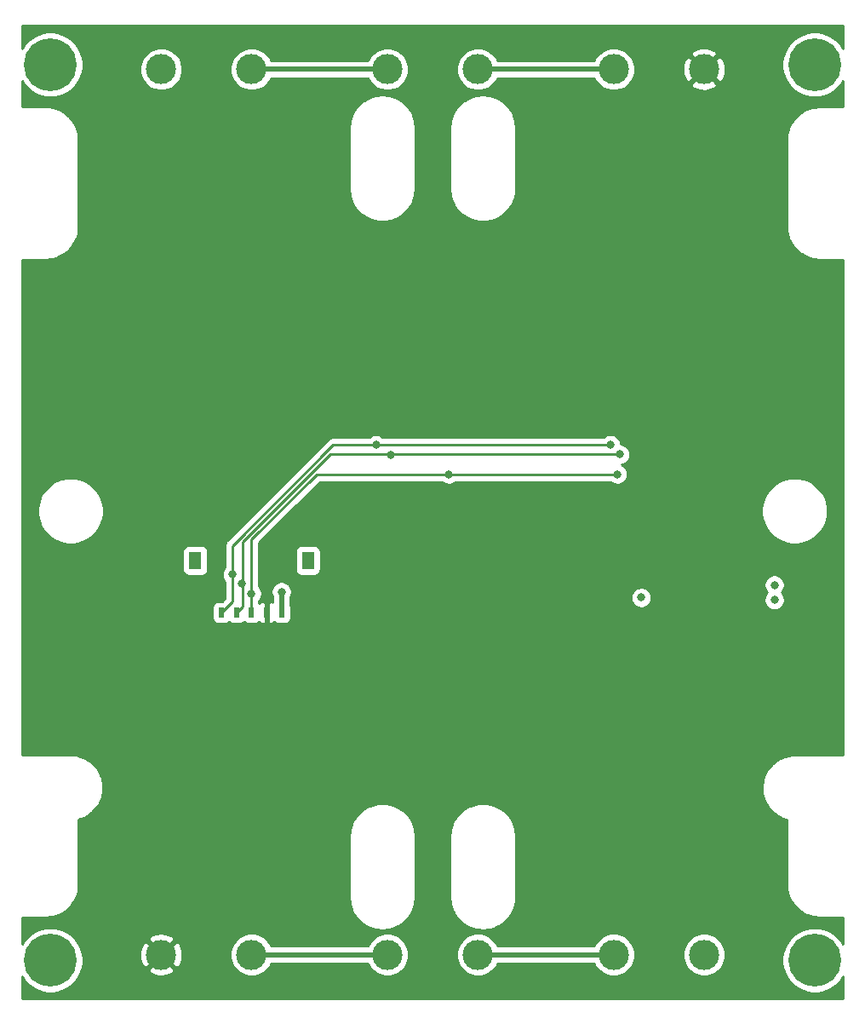
<source format=gbr>
%TF.GenerationSoftware,KiCad,Pcbnew,(5.1.10)-1*%
%TF.CreationDate,2022-06-07T20:51:06-07:00*%
%TF.ProjectId,solar-panel-NoCutout,736f6c61-722d-4706-916e-656c2d4e6f43,1.1*%
%TF.SameCoordinates,Original*%
%TF.FileFunction,Copper,L4,Bot*%
%TF.FilePolarity,Positive*%
%FSLAX46Y46*%
G04 Gerber Fmt 4.6, Leading zero omitted, Abs format (unit mm)*
G04 Created by KiCad (PCBNEW (5.1.10)-1) date 2022-06-07 20:51:06*
%MOMM*%
%LPD*%
G01*
G04 APERTURE LIST*
%TA.AperFunction,ComponentPad*%
%ADD10C,3.000000*%
%TD*%
%TA.AperFunction,ComponentPad*%
%ADD11C,5.250000*%
%TD*%
%TA.AperFunction,SMDPad,CuDef*%
%ADD12R,1.250000X1.800000*%
%TD*%
%TA.AperFunction,SMDPad,CuDef*%
%ADD13R,0.600000X1.000000*%
%TD*%
%TA.AperFunction,ViaPad*%
%ADD14C,0.800000*%
%TD*%
%TA.AperFunction,Conductor*%
%ADD15C,0.250000*%
%TD*%
%TA.AperFunction,Conductor*%
%ADD16C,0.500000*%
%TD*%
%TA.AperFunction,Conductor*%
%ADD17C,0.254000*%
%TD*%
%TA.AperFunction,Conductor*%
%ADD18C,0.100000*%
%TD*%
G04 APERTURE END LIST*
D10*
%TO.P,SC4,1*%
%TO.N,Net-(D2-Pad2)*%
X117500000Y-70750000D03*
%TO.P,SC4,2*%
%TO.N,Net-(SC4-Pad2)*%
X126500000Y-70750000D03*
%TD*%
D11*
%TO.P,J2,1*%
%TO.N,Net-(J2-Pad1)*%
X106500000Y-70300000D03*
%TD*%
%TO.P,J5,1*%
%TO.N,Net-(J5-Pad1)*%
X182500000Y-159300000D03*
%TD*%
%TO.P,J4,1*%
%TO.N,Net-(J4-Pad1)*%
X182500000Y-70300000D03*
%TD*%
%TO.P,J3,1*%
%TO.N,Net-(J3-Pad1)*%
X106500000Y-159300000D03*
%TD*%
D12*
%TO.P,J1,7*%
%TO.N,Net-(J1-Pad7)*%
X132104999Y-119560000D03*
%TO.P,J1,6*%
%TO.N,Net-(J1-Pad6)*%
X120895001Y-119560000D03*
D13*
%TO.P,J1,5*%
%TO.N,VSOLAR*%
X129500001Y-124750000D03*
%TO.P,J1,4*%
%TO.N,GND*%
X128000001Y-124750000D03*
%TO.P,J1,3*%
%TO.N,+3V3*%
X126499999Y-124750000D03*
%TO.P,J1,2*%
%TO.N,SCL*%
X125000000Y-124750000D03*
%TO.P,J1,1*%
%TO.N,SDA*%
X123500000Y-124750000D03*
%TD*%
D10*
%TO.P,SC6,2*%
%TO.N,GND*%
X171500000Y-70750000D03*
%TO.P,SC6,1*%
%TO.N,Net-(SC5-Pad2)*%
X162500000Y-70750000D03*
%TD*%
%TO.P,SC5,1*%
%TO.N,Net-(SC4-Pad2)*%
X140000000Y-70750000D03*
%TO.P,SC5,2*%
%TO.N,Net-(SC5-Pad2)*%
X149000000Y-70750000D03*
%TD*%
%TO.P,SC3,2*%
%TO.N,GND*%
X117500000Y-158750000D03*
%TO.P,SC3,1*%
%TO.N,Net-(SC2-Pad2)*%
X126500000Y-158750000D03*
%TD*%
%TO.P,SC2,2*%
%TO.N,Net-(SC2-Pad2)*%
X140000000Y-158750000D03*
%TO.P,SC2,1*%
%TO.N,Net-(SC1-Pad2)*%
X149000000Y-158750000D03*
%TD*%
%TO.P,SC1,2*%
%TO.N,Net-(SC1-Pad2)*%
X162500000Y-158750000D03*
%TO.P,SC1,1*%
%TO.N,Net-(D1-Pad2)*%
X171500000Y-158750000D03*
%TD*%
D14*
%TO.N,GND*%
X124000000Y-115750000D03*
X145500000Y-102000000D03*
X164465000Y-110109000D03*
X109750000Y-122750000D03*
%TO.N,+3V3*%
X162877500Y-110998000D03*
X146113500Y-110998000D03*
X126499999Y-122864501D03*
%TO.N,VSOLAR*%
X129476500Y-122682000D03*
%TO.N,SDA*%
X162177001Y-108075001D03*
X138876499Y-108075001D03*
X124587000Y-120967500D03*
%TO.N,SCL*%
X163131500Y-109029500D03*
X140335000Y-109045000D03*
X125564504Y-121894996D03*
%TO.N,Net-(U2-Pad6)*%
X178500000Y-122000000D03*
X178500000Y-123500000D03*
X165250000Y-123250000D03*
%TD*%
D15*
%TO.N,+3V3*%
X126355003Y-124605004D02*
X126499999Y-124750000D01*
X126499999Y-117477181D02*
X126499999Y-117499999D01*
X132979180Y-110998000D02*
X126499999Y-117477181D01*
X162877500Y-110998000D02*
X146113500Y-110998000D01*
X126499999Y-117477181D02*
X126499999Y-122864501D01*
X146113500Y-110998000D02*
X132979180Y-110998000D01*
X126499999Y-122864501D02*
X126499999Y-124750000D01*
D16*
%TO.N,VSOLAR*%
X129500001Y-122705501D02*
X129476500Y-122682000D01*
X129500001Y-124750000D02*
X129500001Y-122705501D01*
%TO.N,Net-(SC1-Pad2)*%
X162500000Y-158750000D02*
X149000000Y-158750000D01*
D15*
%TO.N,SDA*%
X162177001Y-108075001D02*
X138876499Y-108075001D01*
X124587000Y-123663000D02*
X123500000Y-124750000D01*
X124587000Y-118117360D02*
X124587000Y-120967500D01*
X134629359Y-108075001D02*
X124587000Y-118117360D01*
X138876499Y-108075001D02*
X134629359Y-108075001D01*
X124587000Y-120967500D02*
X124587000Y-123663000D01*
%TO.N,SCL*%
X163131500Y-109029500D02*
X134311270Y-109029500D01*
X134311270Y-109029500D02*
X125603000Y-117737770D01*
X125603000Y-124147000D02*
X125000000Y-124750000D01*
X125603000Y-117737770D02*
X125603000Y-124147000D01*
D16*
%TO.N,Net-(SC5-Pad2)*%
X163250000Y-70750000D02*
X149250000Y-70750000D01*
%TO.N,Net-(SC2-Pad2)*%
X140000000Y-158750000D02*
X126500000Y-158750000D01*
%TO.N,Net-(SC4-Pad2)*%
X140250000Y-70750000D02*
X126250000Y-70750000D01*
%TD*%
D17*
%TO.N,GND*%
X185340001Y-68682516D02*
X185032208Y-68221871D01*
X184578129Y-67767792D01*
X184044189Y-67411025D01*
X183450907Y-67165280D01*
X182821082Y-67040000D01*
X182178918Y-67040000D01*
X181549093Y-67165280D01*
X180955811Y-67411025D01*
X180421871Y-67767792D01*
X179967792Y-68221871D01*
X179611025Y-68755811D01*
X179365280Y-69349093D01*
X179240000Y-69978918D01*
X179240000Y-70621082D01*
X179365280Y-71250907D01*
X179611025Y-71844189D01*
X179967792Y-72378129D01*
X180421871Y-72832208D01*
X180955811Y-73188975D01*
X181549093Y-73434720D01*
X182178918Y-73560000D01*
X182821082Y-73560000D01*
X183450907Y-73434720D01*
X184044189Y-73188975D01*
X184578129Y-72832208D01*
X185032208Y-72378129D01*
X185340000Y-71917485D01*
X185340000Y-73132418D01*
X185340001Y-73132428D01*
X185340000Y-74440000D01*
X182967581Y-74440000D01*
X182938175Y-74442896D01*
X182921682Y-74442781D01*
X182912511Y-74443681D01*
X182398155Y-74497742D01*
X182339624Y-74509757D01*
X182280799Y-74520978D01*
X182271977Y-74523642D01*
X181777917Y-74676579D01*
X181722762Y-74699764D01*
X181667309Y-74722168D01*
X181659177Y-74726493D01*
X181659172Y-74726495D01*
X181659168Y-74726498D01*
X181204228Y-74972481D01*
X181154627Y-75005937D01*
X181104580Y-75038687D01*
X181097439Y-75044512D01*
X180698938Y-75374180D01*
X180656781Y-75416632D01*
X180614048Y-75458479D01*
X180608174Y-75465580D01*
X180281296Y-75866373D01*
X180248203Y-75916181D01*
X180214396Y-75965555D01*
X180210013Y-75973661D01*
X179967207Y-76430313D01*
X179944408Y-76485628D01*
X179920847Y-76540600D01*
X179918122Y-76549403D01*
X179768638Y-77044518D01*
X179757015Y-77103221D01*
X179744582Y-77161710D01*
X179743619Y-77170874D01*
X179693150Y-77685595D01*
X179690000Y-77717582D01*
X179690001Y-86382419D01*
X179692896Y-86411816D01*
X179692781Y-86428318D01*
X179693681Y-86437489D01*
X179747742Y-86951845D01*
X179759762Y-87010401D01*
X179770978Y-87069201D01*
X179773642Y-87078023D01*
X179926579Y-87572084D01*
X179949770Y-87627252D01*
X179972168Y-87682691D01*
X179976494Y-87690827D01*
X180222481Y-88145772D01*
X180255937Y-88195373D01*
X180288687Y-88245420D01*
X180294511Y-88252561D01*
X180624180Y-88651062D01*
X180666635Y-88693221D01*
X180708479Y-88735951D01*
X180715580Y-88741825D01*
X181116372Y-89068704D01*
X181166183Y-89101798D01*
X181215555Y-89135604D01*
X181223661Y-89139987D01*
X181680313Y-89382792D01*
X181735607Y-89405583D01*
X181790600Y-89429153D01*
X181799403Y-89431878D01*
X182294518Y-89581362D01*
X182353206Y-89592982D01*
X182411709Y-89605418D01*
X182420874Y-89606381D01*
X182935595Y-89656850D01*
X182935598Y-89656850D01*
X182967581Y-89660000D01*
X185339930Y-89660000D01*
X185334677Y-138897190D01*
X180222975Y-138897190D01*
X180126011Y-138906740D01*
X180118128Y-138909131D01*
X180025215Y-138920612D01*
X179988926Y-138928753D01*
X179952098Y-138933862D01*
X179943152Y-138936075D01*
X179450623Y-139061602D01*
X179394371Y-139081963D01*
X179337848Y-139101534D01*
X179329503Y-139105443D01*
X178870735Y-139324246D01*
X178819539Y-139355127D01*
X178767864Y-139385321D01*
X178760437Y-139390777D01*
X178352905Y-139694522D01*
X178308695Y-139734747D01*
X178263857Y-139774414D01*
X178257631Y-139781209D01*
X177916859Y-140158324D01*
X177881294Y-140206385D01*
X177845023Y-140253993D01*
X177840236Y-140261867D01*
X177579202Y-140697992D01*
X177553644Y-140752056D01*
X177527318Y-140805789D01*
X177524151Y-140814443D01*
X177352798Y-141292963D01*
X177338229Y-141350957D01*
X177322839Y-141408788D01*
X177321414Y-141417892D01*
X177246270Y-141920581D01*
X177243242Y-141980308D01*
X177239379Y-142040018D01*
X177239749Y-142049225D01*
X177263676Y-142556936D01*
X177272303Y-142616080D01*
X177280115Y-142675436D01*
X177282266Y-142684397D01*
X177404352Y-143177792D01*
X177424309Y-143234153D01*
X177443495Y-143290843D01*
X177447346Y-143299215D01*
X177662941Y-143759499D01*
X177693476Y-143810929D01*
X177723296Y-143862793D01*
X177728697Y-143870252D01*
X177728700Y-143870258D01*
X177728704Y-143870263D01*
X178029592Y-144279900D01*
X178069528Y-144324413D01*
X178108861Y-144369505D01*
X178115612Y-144375778D01*
X178490340Y-144719175D01*
X178538181Y-144755097D01*
X178585503Y-144791675D01*
X178593343Y-144796517D01*
X179027635Y-145060590D01*
X179081527Y-145086529D01*
X179135070Y-145113227D01*
X179143698Y-145116452D01*
X179143701Y-145116454D01*
X179143704Y-145116455D01*
X179621015Y-145291142D01*
X179678878Y-145306108D01*
X179690001Y-145309152D01*
X179690000Y-151782418D01*
X179692896Y-151811824D01*
X179692781Y-151828318D01*
X179693681Y-151837489D01*
X179747742Y-152351845D01*
X179759762Y-152410401D01*
X179770978Y-152469201D01*
X179773642Y-152478023D01*
X179926579Y-152972084D01*
X179949770Y-153027252D01*
X179972168Y-153082691D01*
X179976494Y-153090827D01*
X180222481Y-153545772D01*
X180255937Y-153595373D01*
X180288687Y-153645420D01*
X180294511Y-153652561D01*
X180624180Y-154051062D01*
X180666635Y-154093221D01*
X180708479Y-154135951D01*
X180715580Y-154141825D01*
X181116372Y-154468704D01*
X181166183Y-154501798D01*
X181215555Y-154535604D01*
X181223661Y-154539987D01*
X181680313Y-154782792D01*
X181735607Y-154805583D01*
X181790600Y-154829153D01*
X181799403Y-154831878D01*
X182294518Y-154981362D01*
X182353206Y-154992982D01*
X182411709Y-155005418D01*
X182420874Y-155006381D01*
X182935595Y-155056850D01*
X182935598Y-155056850D01*
X182967581Y-155060000D01*
X185340001Y-155060000D01*
X185340000Y-156482418D01*
X185340001Y-156482428D01*
X185340001Y-157682516D01*
X185032208Y-157221871D01*
X184578129Y-156767792D01*
X184044189Y-156411025D01*
X183450907Y-156165280D01*
X182821082Y-156040000D01*
X182178918Y-156040000D01*
X181549093Y-156165280D01*
X180955811Y-156411025D01*
X180421871Y-156767792D01*
X179967792Y-157221871D01*
X179611025Y-157755811D01*
X179365280Y-158349093D01*
X179240000Y-158978918D01*
X179240000Y-159621082D01*
X179365280Y-160250907D01*
X179611025Y-160844189D01*
X179967792Y-161378129D01*
X180421871Y-161832208D01*
X180955811Y-162188975D01*
X181549093Y-162434720D01*
X182178918Y-162560000D01*
X182821082Y-162560000D01*
X183450907Y-162434720D01*
X184044189Y-162188975D01*
X184578129Y-161832208D01*
X185032208Y-161378129D01*
X185340000Y-160917485D01*
X185340000Y-163090000D01*
X103660000Y-163090000D01*
X103660000Y-160917485D01*
X103967792Y-161378129D01*
X104421871Y-161832208D01*
X104955811Y-162188975D01*
X105549093Y-162434720D01*
X106178918Y-162560000D01*
X106821082Y-162560000D01*
X107450907Y-162434720D01*
X108044189Y-162188975D01*
X108578129Y-161832208D01*
X109032208Y-161378129D01*
X109388975Y-160844189D01*
X109634720Y-160250907D01*
X109636560Y-160241653D01*
X116187952Y-160241653D01*
X116343962Y-160557214D01*
X116718745Y-160748020D01*
X117123551Y-160862044D01*
X117542824Y-160894902D01*
X117960451Y-160845334D01*
X118360383Y-160715243D01*
X118656038Y-160557214D01*
X118812048Y-160241653D01*
X117500000Y-158929605D01*
X116187952Y-160241653D01*
X109636560Y-160241653D01*
X109760000Y-159621082D01*
X109760000Y-158978918D01*
X109722984Y-158792824D01*
X115355098Y-158792824D01*
X115404666Y-159210451D01*
X115534757Y-159610383D01*
X115692786Y-159906038D01*
X116008347Y-160062048D01*
X117320395Y-158750000D01*
X117679605Y-158750000D01*
X118991653Y-160062048D01*
X119307214Y-159906038D01*
X119498020Y-159531255D01*
X119612044Y-159126449D01*
X119644902Y-158707176D01*
X119625027Y-158539721D01*
X124365000Y-158539721D01*
X124365000Y-158960279D01*
X124447047Y-159372756D01*
X124607988Y-159761302D01*
X124841637Y-160110983D01*
X125139017Y-160408363D01*
X125488698Y-160642012D01*
X125877244Y-160802953D01*
X126289721Y-160885000D01*
X126710279Y-160885000D01*
X127122756Y-160802953D01*
X127511302Y-160642012D01*
X127860983Y-160408363D01*
X128158363Y-160110983D01*
X128392012Y-159761302D01*
X128444328Y-159635000D01*
X138055672Y-159635000D01*
X138107988Y-159761302D01*
X138341637Y-160110983D01*
X138639017Y-160408363D01*
X138988698Y-160642012D01*
X139377244Y-160802953D01*
X139789721Y-160885000D01*
X140210279Y-160885000D01*
X140622756Y-160802953D01*
X141011302Y-160642012D01*
X141360983Y-160408363D01*
X141658363Y-160110983D01*
X141892012Y-159761302D01*
X142052953Y-159372756D01*
X142135000Y-158960279D01*
X142135000Y-158539721D01*
X146865000Y-158539721D01*
X146865000Y-158960279D01*
X146947047Y-159372756D01*
X147107988Y-159761302D01*
X147341637Y-160110983D01*
X147639017Y-160408363D01*
X147988698Y-160642012D01*
X148377244Y-160802953D01*
X148789721Y-160885000D01*
X149210279Y-160885000D01*
X149622756Y-160802953D01*
X150011302Y-160642012D01*
X150360983Y-160408363D01*
X150658363Y-160110983D01*
X150892012Y-159761302D01*
X150944328Y-159635000D01*
X160555672Y-159635000D01*
X160607988Y-159761302D01*
X160841637Y-160110983D01*
X161139017Y-160408363D01*
X161488698Y-160642012D01*
X161877244Y-160802953D01*
X162289721Y-160885000D01*
X162710279Y-160885000D01*
X163122756Y-160802953D01*
X163511302Y-160642012D01*
X163860983Y-160408363D01*
X164158363Y-160110983D01*
X164392012Y-159761302D01*
X164552953Y-159372756D01*
X164635000Y-158960279D01*
X164635000Y-158539721D01*
X169365000Y-158539721D01*
X169365000Y-158960279D01*
X169447047Y-159372756D01*
X169607988Y-159761302D01*
X169841637Y-160110983D01*
X170139017Y-160408363D01*
X170488698Y-160642012D01*
X170877244Y-160802953D01*
X171289721Y-160885000D01*
X171710279Y-160885000D01*
X172122756Y-160802953D01*
X172511302Y-160642012D01*
X172860983Y-160408363D01*
X173158363Y-160110983D01*
X173392012Y-159761302D01*
X173552953Y-159372756D01*
X173635000Y-158960279D01*
X173635000Y-158539721D01*
X173552953Y-158127244D01*
X173392012Y-157738698D01*
X173158363Y-157389017D01*
X172860983Y-157091637D01*
X172511302Y-156857988D01*
X172122756Y-156697047D01*
X171710279Y-156615000D01*
X171289721Y-156615000D01*
X170877244Y-156697047D01*
X170488698Y-156857988D01*
X170139017Y-157091637D01*
X169841637Y-157389017D01*
X169607988Y-157738698D01*
X169447047Y-158127244D01*
X169365000Y-158539721D01*
X164635000Y-158539721D01*
X164552953Y-158127244D01*
X164392012Y-157738698D01*
X164158363Y-157389017D01*
X163860983Y-157091637D01*
X163511302Y-156857988D01*
X163122756Y-156697047D01*
X162710279Y-156615000D01*
X162289721Y-156615000D01*
X161877244Y-156697047D01*
X161488698Y-156857988D01*
X161139017Y-157091637D01*
X160841637Y-157389017D01*
X160607988Y-157738698D01*
X160555672Y-157865000D01*
X150944328Y-157865000D01*
X150892012Y-157738698D01*
X150658363Y-157389017D01*
X150360983Y-157091637D01*
X150011302Y-156857988D01*
X149622756Y-156697047D01*
X149210279Y-156615000D01*
X148789721Y-156615000D01*
X148377244Y-156697047D01*
X147988698Y-156857988D01*
X147639017Y-157091637D01*
X147341637Y-157389017D01*
X147107988Y-157738698D01*
X146947047Y-158127244D01*
X146865000Y-158539721D01*
X142135000Y-158539721D01*
X142052953Y-158127244D01*
X141892012Y-157738698D01*
X141658363Y-157389017D01*
X141360983Y-157091637D01*
X141011302Y-156857988D01*
X140622756Y-156697047D01*
X140210279Y-156615000D01*
X139789721Y-156615000D01*
X139377244Y-156697047D01*
X138988698Y-156857988D01*
X138639017Y-157091637D01*
X138341637Y-157389017D01*
X138107988Y-157738698D01*
X138055672Y-157865000D01*
X128444328Y-157865000D01*
X128392012Y-157738698D01*
X128158363Y-157389017D01*
X127860983Y-157091637D01*
X127511302Y-156857988D01*
X127122756Y-156697047D01*
X126710279Y-156615000D01*
X126289721Y-156615000D01*
X125877244Y-156697047D01*
X125488698Y-156857988D01*
X125139017Y-157091637D01*
X124841637Y-157389017D01*
X124607988Y-157738698D01*
X124447047Y-158127244D01*
X124365000Y-158539721D01*
X119625027Y-158539721D01*
X119595334Y-158289549D01*
X119465243Y-157889617D01*
X119307214Y-157593962D01*
X118991653Y-157437952D01*
X117679605Y-158750000D01*
X117320395Y-158750000D01*
X116008347Y-157437952D01*
X115692786Y-157593962D01*
X115501980Y-157968745D01*
X115387956Y-158373551D01*
X115355098Y-158792824D01*
X109722984Y-158792824D01*
X109634720Y-158349093D01*
X109388975Y-157755811D01*
X109056581Y-157258347D01*
X116187952Y-157258347D01*
X117500000Y-158570395D01*
X118812048Y-157258347D01*
X118656038Y-156942786D01*
X118281255Y-156751980D01*
X117876449Y-156637956D01*
X117457176Y-156605098D01*
X117039549Y-156654666D01*
X116639617Y-156784757D01*
X116343962Y-156942786D01*
X116187952Y-157258347D01*
X109056581Y-157258347D01*
X109032208Y-157221871D01*
X108578129Y-156767792D01*
X108044189Y-156411025D01*
X107450907Y-156165280D01*
X106821082Y-156040000D01*
X106178918Y-156040000D01*
X105549093Y-156165280D01*
X104955811Y-156411025D01*
X104421871Y-156767792D01*
X103967792Y-157221871D01*
X103660000Y-157682515D01*
X103660000Y-155060000D01*
X106032419Y-155060000D01*
X106061825Y-155057104D01*
X106078318Y-155057219D01*
X106087489Y-155056319D01*
X106601845Y-155002258D01*
X106660401Y-154990238D01*
X106719201Y-154979022D01*
X106728023Y-154976358D01*
X107222084Y-154823421D01*
X107277252Y-154800230D01*
X107332691Y-154777832D01*
X107340827Y-154773506D01*
X107795772Y-154527519D01*
X107845373Y-154494063D01*
X107895420Y-154461313D01*
X107902561Y-154455489D01*
X108301062Y-154125820D01*
X108343221Y-154083365D01*
X108385951Y-154041521D01*
X108391825Y-154034420D01*
X108718704Y-153633628D01*
X108751798Y-153583817D01*
X108785604Y-153534445D01*
X108789987Y-153526339D01*
X109032792Y-153069687D01*
X109048153Y-153032418D01*
X136190000Y-153032418D01*
X136190226Y-153034712D01*
X136190274Y-153041602D01*
X136193408Y-153071421D01*
X136193408Y-153101405D01*
X136194371Y-153110570D01*
X136252022Y-153624536D01*
X136264458Y-153683039D01*
X136276078Y-153741727D01*
X136278803Y-153750530D01*
X136435185Y-154243509D01*
X136458736Y-154298456D01*
X136481545Y-154353797D01*
X136485929Y-154361903D01*
X136735087Y-154815120D01*
X136768856Y-154864439D01*
X136801985Y-154914303D01*
X136807860Y-154921403D01*
X137140302Y-155317593D01*
X137183052Y-155359456D01*
X137225192Y-155401892D01*
X137232334Y-155407716D01*
X137635399Y-155731789D01*
X137685452Y-155764542D01*
X137735045Y-155797994D01*
X137743182Y-155802320D01*
X138201518Y-156041931D01*
X138256950Y-156064327D01*
X138312126Y-156087521D01*
X138320948Y-156090184D01*
X138817094Y-156236208D01*
X138875828Y-156247412D01*
X138934451Y-156259446D01*
X138943623Y-156260345D01*
X139458683Y-156307219D01*
X139518501Y-156306801D01*
X139578318Y-156307219D01*
X139587489Y-156306319D01*
X139587491Y-156306319D01*
X140101845Y-156252258D01*
X140160401Y-156240238D01*
X140219201Y-156229022D01*
X140228023Y-156226358D01*
X140722084Y-156073421D01*
X140777252Y-156050230D01*
X140832691Y-156027832D01*
X140840827Y-156023506D01*
X141295772Y-155777519D01*
X141345373Y-155744063D01*
X141395420Y-155711313D01*
X141402561Y-155705489D01*
X141801062Y-155375820D01*
X141843221Y-155333365D01*
X141885951Y-155291521D01*
X141891825Y-155284420D01*
X142218704Y-154883628D01*
X142251798Y-154833817D01*
X142285604Y-154784445D01*
X142289987Y-154776339D01*
X142532792Y-154319687D01*
X142555583Y-154264393D01*
X142579153Y-154209400D01*
X142581878Y-154200597D01*
X142731362Y-153705482D01*
X142742982Y-153646794D01*
X142755418Y-153588291D01*
X142756381Y-153579126D01*
X142806850Y-153064405D01*
X142806850Y-153064402D01*
X142810000Y-153032419D01*
X142810000Y-146967582D01*
X146190000Y-146967582D01*
X146190001Y-153032419D01*
X146190226Y-153034702D01*
X146190274Y-153041602D01*
X146193408Y-153071421D01*
X146193408Y-153101405D01*
X146194371Y-153110570D01*
X146252022Y-153624536D01*
X146264458Y-153683039D01*
X146276078Y-153741727D01*
X146278803Y-153750530D01*
X146435185Y-154243509D01*
X146458736Y-154298456D01*
X146481545Y-154353797D01*
X146485929Y-154361903D01*
X146735087Y-154815120D01*
X146768856Y-154864439D01*
X146801985Y-154914303D01*
X146807860Y-154921403D01*
X147140302Y-155317593D01*
X147183052Y-155359456D01*
X147225192Y-155401892D01*
X147232334Y-155407716D01*
X147635399Y-155731789D01*
X147685452Y-155764542D01*
X147735045Y-155797994D01*
X147743182Y-155802320D01*
X148201518Y-156041931D01*
X148256950Y-156064327D01*
X148312126Y-156087521D01*
X148320948Y-156090184D01*
X148817094Y-156236208D01*
X148875828Y-156247412D01*
X148934451Y-156259446D01*
X148943623Y-156260345D01*
X149458683Y-156307219D01*
X149518501Y-156306801D01*
X149578318Y-156307219D01*
X149587489Y-156306319D01*
X149587491Y-156306319D01*
X150101845Y-156252258D01*
X150160401Y-156240238D01*
X150219201Y-156229022D01*
X150228023Y-156226358D01*
X150722084Y-156073421D01*
X150777252Y-156050230D01*
X150832691Y-156027832D01*
X150840827Y-156023506D01*
X151295772Y-155777519D01*
X151345373Y-155744063D01*
X151395420Y-155711313D01*
X151402561Y-155705489D01*
X151801062Y-155375820D01*
X151843221Y-155333365D01*
X151885951Y-155291521D01*
X151891825Y-155284420D01*
X152218704Y-154883628D01*
X152251798Y-154833817D01*
X152285604Y-154784445D01*
X152289987Y-154776339D01*
X152532792Y-154319687D01*
X152555583Y-154264393D01*
X152579153Y-154209400D01*
X152581878Y-154200597D01*
X152731362Y-153705482D01*
X152742982Y-153646794D01*
X152755418Y-153588291D01*
X152756381Y-153579126D01*
X152806850Y-153064405D01*
X152806850Y-153064402D01*
X152810000Y-153032419D01*
X152810000Y-146967581D01*
X152809774Y-146965287D01*
X152809726Y-146958398D01*
X152806592Y-146928579D01*
X152806592Y-146898594D01*
X152805629Y-146889430D01*
X152747978Y-146375464D01*
X152735542Y-146316961D01*
X152723922Y-146258273D01*
X152721197Y-146249470D01*
X152564815Y-145756490D01*
X152541259Y-145701530D01*
X152518455Y-145646203D01*
X152514072Y-145638097D01*
X152264913Y-145184880D01*
X152231126Y-145135535D01*
X152198014Y-145085697D01*
X152192140Y-145078597D01*
X151859697Y-144682407D01*
X151816967Y-144640563D01*
X151774808Y-144598108D01*
X151767666Y-144592284D01*
X151364601Y-144268212D01*
X151314582Y-144235481D01*
X151264955Y-144202006D01*
X151256818Y-144197680D01*
X150798482Y-143958068D01*
X150743017Y-143935659D01*
X150687874Y-143912479D01*
X150679052Y-143909816D01*
X150182905Y-143763792D01*
X150124186Y-143752591D01*
X150065549Y-143740554D01*
X150056378Y-143739655D01*
X149541317Y-143692781D01*
X149481500Y-143693199D01*
X149421682Y-143692781D01*
X149412511Y-143693681D01*
X148898155Y-143747742D01*
X148839624Y-143759757D01*
X148780799Y-143770978D01*
X148771977Y-143773642D01*
X148277917Y-143926579D01*
X148222762Y-143949764D01*
X148167309Y-143972168D01*
X148159177Y-143976493D01*
X148159172Y-143976495D01*
X148159168Y-143976498D01*
X147704228Y-144222481D01*
X147654627Y-144255937D01*
X147604580Y-144288687D01*
X147597439Y-144294512D01*
X147198938Y-144624180D01*
X147156781Y-144666632D01*
X147114048Y-144708479D01*
X147108174Y-144715580D01*
X146781296Y-145116373D01*
X146748203Y-145166181D01*
X146714396Y-145215555D01*
X146710013Y-145223661D01*
X146467207Y-145680313D01*
X146444408Y-145735628D01*
X146420847Y-145790600D01*
X146418122Y-145799403D01*
X146268638Y-146294518D01*
X146257015Y-146353221D01*
X146244582Y-146411710D01*
X146243619Y-146420874D01*
X146193150Y-146935595D01*
X146190000Y-146967582D01*
X142810000Y-146967582D01*
X142810000Y-146967581D01*
X142809774Y-146965287D01*
X142809726Y-146958398D01*
X142806592Y-146928579D01*
X142806592Y-146898594D01*
X142805629Y-146889430D01*
X142747978Y-146375464D01*
X142735542Y-146316961D01*
X142723922Y-146258273D01*
X142721197Y-146249470D01*
X142564815Y-145756490D01*
X142541259Y-145701530D01*
X142518455Y-145646203D01*
X142514072Y-145638097D01*
X142264913Y-145184880D01*
X142231126Y-145135535D01*
X142198014Y-145085697D01*
X142192140Y-145078597D01*
X141859697Y-144682407D01*
X141816967Y-144640563D01*
X141774808Y-144598108D01*
X141767666Y-144592284D01*
X141364601Y-144268212D01*
X141314582Y-144235481D01*
X141264955Y-144202006D01*
X141256818Y-144197680D01*
X140798482Y-143958068D01*
X140743017Y-143935659D01*
X140687874Y-143912479D01*
X140679052Y-143909816D01*
X140182905Y-143763792D01*
X140124186Y-143752591D01*
X140065549Y-143740554D01*
X140056378Y-143739655D01*
X139541317Y-143692781D01*
X139481500Y-143693199D01*
X139421682Y-143692781D01*
X139412511Y-143693681D01*
X138898155Y-143747742D01*
X138839624Y-143759757D01*
X138780799Y-143770978D01*
X138771977Y-143773642D01*
X138277917Y-143926579D01*
X138222762Y-143949764D01*
X138167309Y-143972168D01*
X138159177Y-143976493D01*
X138159172Y-143976495D01*
X138159168Y-143976498D01*
X137704228Y-144222481D01*
X137654627Y-144255937D01*
X137604580Y-144288687D01*
X137597439Y-144294512D01*
X137198938Y-144624180D01*
X137156781Y-144666632D01*
X137114048Y-144708479D01*
X137108174Y-144715580D01*
X136781296Y-145116373D01*
X136748203Y-145166181D01*
X136714396Y-145215555D01*
X136710013Y-145223661D01*
X136467207Y-145680313D01*
X136444408Y-145735628D01*
X136420847Y-145790600D01*
X136418122Y-145799403D01*
X136268638Y-146294518D01*
X136257015Y-146353221D01*
X136244582Y-146411710D01*
X136243619Y-146420874D01*
X136193150Y-146935595D01*
X136193150Y-146935608D01*
X136190001Y-146967581D01*
X136190000Y-153032418D01*
X109048153Y-153032418D01*
X109055583Y-153014393D01*
X109079153Y-152959400D01*
X109081878Y-152950597D01*
X109231362Y-152455482D01*
X109242982Y-152396794D01*
X109255418Y-152338291D01*
X109256381Y-152329126D01*
X109306850Y-151814405D01*
X109306850Y-151814402D01*
X109310000Y-151782419D01*
X109310000Y-145301880D01*
X109436185Y-145274573D01*
X109493138Y-145256276D01*
X109550340Y-145238776D01*
X109558822Y-145235173D01*
X110025255Y-145033226D01*
X110077570Y-145004214D01*
X110130282Y-144975938D01*
X110137902Y-144970757D01*
X110556228Y-144682058D01*
X110601898Y-144643449D01*
X110648127Y-144605462D01*
X110654596Y-144598899D01*
X111008880Y-144234446D01*
X111046192Y-144187688D01*
X111084152Y-144141458D01*
X111089224Y-144133764D01*
X111365971Y-143707437D01*
X111393501Y-143654301D01*
X111421747Y-143601600D01*
X111425227Y-143593067D01*
X111613896Y-143121107D01*
X111630571Y-143063673D01*
X111648054Y-143006450D01*
X111649810Y-142997404D01*
X111743214Y-142497785D01*
X111748413Y-142438233D01*
X111754451Y-142378680D01*
X111754417Y-142369465D01*
X111749000Y-141861219D01*
X111742527Y-141801745D01*
X111736888Y-141742199D01*
X111735064Y-141733166D01*
X111631033Y-141235652D01*
X111613132Y-141178567D01*
X111596033Y-141121249D01*
X111592490Y-141112743D01*
X111393804Y-140644911D01*
X111365167Y-140592411D01*
X111337251Y-140539487D01*
X111332123Y-140531831D01*
X111046352Y-140111499D01*
X111008066Y-140065565D01*
X110970400Y-140019068D01*
X110963882Y-140012553D01*
X110601911Y-139655733D01*
X110555402Y-139618085D01*
X110509450Y-139579813D01*
X110501791Y-139574688D01*
X110077407Y-139294973D01*
X110024526Y-139267105D01*
X109971962Y-139238458D01*
X109963453Y-139234919D01*
X109492821Y-139042960D01*
X109435529Y-139025893D01*
X109378407Y-139008003D01*
X109369374Y-139006184D01*
X108903725Y-138915760D01*
X108873989Y-138906740D01*
X108777025Y-138897190D01*
X103660000Y-138897190D01*
X103660000Y-124250000D01*
X122561928Y-124250000D01*
X122561928Y-125250000D01*
X122574188Y-125374482D01*
X122610498Y-125494180D01*
X122669463Y-125604494D01*
X122748815Y-125701185D01*
X122845506Y-125780537D01*
X122955820Y-125839502D01*
X123075518Y-125875812D01*
X123200000Y-125888072D01*
X123800000Y-125888072D01*
X123924482Y-125875812D01*
X124044180Y-125839502D01*
X124154494Y-125780537D01*
X124250000Y-125702158D01*
X124345506Y-125780537D01*
X124455820Y-125839502D01*
X124575518Y-125875812D01*
X124700000Y-125888072D01*
X125300000Y-125888072D01*
X125424482Y-125875812D01*
X125544180Y-125839502D01*
X125654494Y-125780537D01*
X125750000Y-125702158D01*
X125845505Y-125780537D01*
X125955819Y-125839502D01*
X126075517Y-125875812D01*
X126199999Y-125888072D01*
X126799999Y-125888072D01*
X126924481Y-125875812D01*
X127044179Y-125839502D01*
X127154493Y-125780537D01*
X127250000Y-125702157D01*
X127345507Y-125780537D01*
X127455821Y-125839502D01*
X127575519Y-125875812D01*
X127700001Y-125888072D01*
X127714251Y-125885000D01*
X127873001Y-125726250D01*
X127873001Y-124877000D01*
X127853001Y-124877000D01*
X127853001Y-124623000D01*
X127873001Y-124623000D01*
X127873001Y-123773750D01*
X128127001Y-123773750D01*
X128127001Y-124623000D01*
X128147001Y-124623000D01*
X128147001Y-124877000D01*
X128127001Y-124877000D01*
X128127001Y-125726250D01*
X128285751Y-125885000D01*
X128300001Y-125888072D01*
X128424483Y-125875812D01*
X128544181Y-125839502D01*
X128654495Y-125780537D01*
X128750001Y-125702158D01*
X128845507Y-125780537D01*
X128955821Y-125839502D01*
X129075519Y-125875812D01*
X129200001Y-125888072D01*
X129800001Y-125888072D01*
X129924483Y-125875812D01*
X130044181Y-125839502D01*
X130154495Y-125780537D01*
X130251186Y-125701185D01*
X130330538Y-125604494D01*
X130389503Y-125494180D01*
X130425813Y-125374482D01*
X130438073Y-125250000D01*
X130438073Y-124250000D01*
X130425813Y-124125518D01*
X130389503Y-124005820D01*
X130385001Y-123997397D01*
X130385001Y-123185282D01*
X130393705Y-123172256D01*
X130403726Y-123148061D01*
X164215000Y-123148061D01*
X164215000Y-123351939D01*
X164254774Y-123551898D01*
X164332795Y-123740256D01*
X164446063Y-123909774D01*
X164590226Y-124053937D01*
X164759744Y-124167205D01*
X164948102Y-124245226D01*
X165148061Y-124285000D01*
X165351939Y-124285000D01*
X165551898Y-124245226D01*
X165740256Y-124167205D01*
X165909774Y-124053937D01*
X166053937Y-123909774D01*
X166167205Y-123740256D01*
X166245226Y-123551898D01*
X166285000Y-123351939D01*
X166285000Y-123148061D01*
X166245226Y-122948102D01*
X166167205Y-122759744D01*
X166053937Y-122590226D01*
X165909774Y-122446063D01*
X165740256Y-122332795D01*
X165551898Y-122254774D01*
X165351939Y-122215000D01*
X165148061Y-122215000D01*
X164948102Y-122254774D01*
X164759744Y-122332795D01*
X164590226Y-122446063D01*
X164446063Y-122590226D01*
X164332795Y-122759744D01*
X164254774Y-122948102D01*
X164215000Y-123148061D01*
X130403726Y-123148061D01*
X130471726Y-122983898D01*
X130511500Y-122783939D01*
X130511500Y-122580061D01*
X130471726Y-122380102D01*
X130393705Y-122191744D01*
X130280437Y-122022226D01*
X130156272Y-121898061D01*
X177465000Y-121898061D01*
X177465000Y-122101939D01*
X177504774Y-122301898D01*
X177582795Y-122490256D01*
X177696063Y-122659774D01*
X177786289Y-122750000D01*
X177696063Y-122840226D01*
X177582795Y-123009744D01*
X177504774Y-123198102D01*
X177465000Y-123398061D01*
X177465000Y-123601939D01*
X177504774Y-123801898D01*
X177582795Y-123990256D01*
X177696063Y-124159774D01*
X177840226Y-124303937D01*
X178009744Y-124417205D01*
X178198102Y-124495226D01*
X178398061Y-124535000D01*
X178601939Y-124535000D01*
X178801898Y-124495226D01*
X178990256Y-124417205D01*
X179159774Y-124303937D01*
X179303937Y-124159774D01*
X179417205Y-123990256D01*
X179495226Y-123801898D01*
X179535000Y-123601939D01*
X179535000Y-123398061D01*
X179495226Y-123198102D01*
X179417205Y-123009744D01*
X179303937Y-122840226D01*
X179213711Y-122750000D01*
X179303937Y-122659774D01*
X179417205Y-122490256D01*
X179495226Y-122301898D01*
X179535000Y-122101939D01*
X179535000Y-121898061D01*
X179495226Y-121698102D01*
X179417205Y-121509744D01*
X179303937Y-121340226D01*
X179159774Y-121196063D01*
X178990256Y-121082795D01*
X178801898Y-121004774D01*
X178601939Y-120965000D01*
X178398061Y-120965000D01*
X178198102Y-121004774D01*
X178009744Y-121082795D01*
X177840226Y-121196063D01*
X177696063Y-121340226D01*
X177582795Y-121509744D01*
X177504774Y-121698102D01*
X177465000Y-121898061D01*
X130156272Y-121898061D01*
X130136274Y-121878063D01*
X129966756Y-121764795D01*
X129778398Y-121686774D01*
X129578439Y-121647000D01*
X129374561Y-121647000D01*
X129174602Y-121686774D01*
X128986244Y-121764795D01*
X128816726Y-121878063D01*
X128672563Y-122022226D01*
X128559295Y-122191744D01*
X128481274Y-122380102D01*
X128441500Y-122580061D01*
X128441500Y-122783939D01*
X128481274Y-122983898D01*
X128559295Y-123172256D01*
X128615002Y-123255627D01*
X128615002Y-123698353D01*
X128544181Y-123660498D01*
X128424483Y-123624188D01*
X128300001Y-123611928D01*
X128285751Y-123615000D01*
X128127001Y-123773750D01*
X127873001Y-123773750D01*
X127714251Y-123615000D01*
X127700001Y-123611928D01*
X127575519Y-123624188D01*
X127455821Y-123660498D01*
X127345507Y-123719463D01*
X127259999Y-123789637D01*
X127259999Y-123568212D01*
X127303936Y-123524275D01*
X127417204Y-123354757D01*
X127495225Y-123166399D01*
X127534999Y-122966440D01*
X127534999Y-122762562D01*
X127495225Y-122562603D01*
X127417204Y-122374245D01*
X127303936Y-122204727D01*
X127259999Y-122160790D01*
X127259999Y-118660000D01*
X130841927Y-118660000D01*
X130841927Y-120460000D01*
X130854187Y-120584482D01*
X130890497Y-120704180D01*
X130949462Y-120814494D01*
X131028814Y-120911185D01*
X131125505Y-120990537D01*
X131235819Y-121049502D01*
X131355517Y-121085812D01*
X131479999Y-121098072D01*
X132729999Y-121098072D01*
X132854481Y-121085812D01*
X132974179Y-121049502D01*
X133084493Y-120990537D01*
X133181184Y-120911185D01*
X133260536Y-120814494D01*
X133319501Y-120704180D01*
X133355811Y-120584482D01*
X133368071Y-120460000D01*
X133368071Y-118660000D01*
X133355811Y-118535518D01*
X133319501Y-118415820D01*
X133260536Y-118305506D01*
X133181184Y-118208815D01*
X133084493Y-118129463D01*
X132974179Y-118070498D01*
X132854481Y-118034188D01*
X132729999Y-118021928D01*
X131479999Y-118021928D01*
X131355517Y-118034188D01*
X131235819Y-118070498D01*
X131125505Y-118129463D01*
X131028814Y-118208815D01*
X130949462Y-118305506D01*
X130890497Y-118415820D01*
X130854187Y-118535518D01*
X130841927Y-118660000D01*
X127259999Y-118660000D01*
X127259999Y-117791982D01*
X130725928Y-114326053D01*
X177210914Y-114326053D01*
X177210914Y-114973947D01*
X177337312Y-115609391D01*
X177585250Y-116207966D01*
X177945200Y-116746670D01*
X178403330Y-117204800D01*
X178942034Y-117564750D01*
X179540609Y-117812688D01*
X180176053Y-117939086D01*
X180823947Y-117939086D01*
X181459391Y-117812688D01*
X182057966Y-117564750D01*
X182596670Y-117204800D01*
X183054800Y-116746670D01*
X183414750Y-116207966D01*
X183662688Y-115609391D01*
X183789086Y-114973947D01*
X183789086Y-114326053D01*
X183662688Y-113690609D01*
X183414750Y-113092034D01*
X183054800Y-112553330D01*
X182596670Y-112095200D01*
X182057966Y-111735250D01*
X181459391Y-111487312D01*
X180823947Y-111360914D01*
X180176053Y-111360914D01*
X179540609Y-111487312D01*
X178942034Y-111735250D01*
X178403330Y-112095200D01*
X177945200Y-112553330D01*
X177585250Y-113092034D01*
X177337312Y-113690609D01*
X177210914Y-114326053D01*
X130725928Y-114326053D01*
X133293982Y-111758000D01*
X145409789Y-111758000D01*
X145453726Y-111801937D01*
X145623244Y-111915205D01*
X145811602Y-111993226D01*
X146011561Y-112033000D01*
X146215439Y-112033000D01*
X146415398Y-111993226D01*
X146603756Y-111915205D01*
X146773274Y-111801937D01*
X146817211Y-111758000D01*
X162173789Y-111758000D01*
X162217726Y-111801937D01*
X162387244Y-111915205D01*
X162575602Y-111993226D01*
X162775561Y-112033000D01*
X162979439Y-112033000D01*
X163179398Y-111993226D01*
X163367756Y-111915205D01*
X163537274Y-111801937D01*
X163681437Y-111657774D01*
X163794705Y-111488256D01*
X163872726Y-111299898D01*
X163912500Y-111099939D01*
X163912500Y-110896061D01*
X163872726Y-110696102D01*
X163794705Y-110507744D01*
X163681437Y-110338226D01*
X163537274Y-110194063D01*
X163367756Y-110080795D01*
X163297604Y-110051737D01*
X163433398Y-110024726D01*
X163621756Y-109946705D01*
X163791274Y-109833437D01*
X163935437Y-109689274D01*
X164048705Y-109519756D01*
X164126726Y-109331398D01*
X164166500Y-109131439D01*
X164166500Y-108927561D01*
X164126726Y-108727602D01*
X164048705Y-108539244D01*
X163935437Y-108369726D01*
X163791274Y-108225563D01*
X163621756Y-108112295D01*
X163433398Y-108034274D01*
X163233439Y-107994500D01*
X163212001Y-107994500D01*
X163212001Y-107973062D01*
X163172227Y-107773103D01*
X163094206Y-107584745D01*
X162980938Y-107415227D01*
X162836775Y-107271064D01*
X162667257Y-107157796D01*
X162478899Y-107079775D01*
X162278940Y-107040001D01*
X162075062Y-107040001D01*
X161875103Y-107079775D01*
X161686745Y-107157796D01*
X161517227Y-107271064D01*
X161473290Y-107315001D01*
X139580210Y-107315001D01*
X139536273Y-107271064D01*
X139366755Y-107157796D01*
X139178397Y-107079775D01*
X138978438Y-107040001D01*
X138774560Y-107040001D01*
X138574601Y-107079775D01*
X138386243Y-107157796D01*
X138216725Y-107271064D01*
X138172788Y-107315001D01*
X134666681Y-107315001D01*
X134629358Y-107311325D01*
X134592035Y-107315001D01*
X134592026Y-107315001D01*
X134480373Y-107325998D01*
X134337112Y-107369455D01*
X134205083Y-107440027D01*
X134089358Y-107535000D01*
X134065560Y-107563998D01*
X124076003Y-117553556D01*
X124046999Y-117577359D01*
X123991871Y-117644534D01*
X123952026Y-117693084D01*
X123888096Y-117812688D01*
X123881454Y-117825114D01*
X123837997Y-117968375D01*
X123827000Y-118080028D01*
X123827000Y-118080038D01*
X123823324Y-118117360D01*
X123827000Y-118154683D01*
X123827001Y-120263788D01*
X123783063Y-120307726D01*
X123669795Y-120477244D01*
X123591774Y-120665602D01*
X123552000Y-120865561D01*
X123552000Y-121069439D01*
X123591774Y-121269398D01*
X123669795Y-121457756D01*
X123783063Y-121627274D01*
X123827000Y-121671211D01*
X123827001Y-123348197D01*
X123563270Y-123611928D01*
X123200000Y-123611928D01*
X123075518Y-123624188D01*
X122955820Y-123660498D01*
X122845506Y-123719463D01*
X122748815Y-123798815D01*
X122669463Y-123895506D01*
X122610498Y-124005820D01*
X122574188Y-124125518D01*
X122561928Y-124250000D01*
X103660000Y-124250000D01*
X103660000Y-118660000D01*
X119631929Y-118660000D01*
X119631929Y-120460000D01*
X119644189Y-120584482D01*
X119680499Y-120704180D01*
X119739464Y-120814494D01*
X119818816Y-120911185D01*
X119915507Y-120990537D01*
X120025821Y-121049502D01*
X120145519Y-121085812D01*
X120270001Y-121098072D01*
X121520001Y-121098072D01*
X121644483Y-121085812D01*
X121764181Y-121049502D01*
X121874495Y-120990537D01*
X121971186Y-120911185D01*
X122050538Y-120814494D01*
X122109503Y-120704180D01*
X122145813Y-120584482D01*
X122158073Y-120460000D01*
X122158073Y-118660000D01*
X122145813Y-118535518D01*
X122109503Y-118415820D01*
X122050538Y-118305506D01*
X121971186Y-118208815D01*
X121874495Y-118129463D01*
X121764181Y-118070498D01*
X121644483Y-118034188D01*
X121520001Y-118021928D01*
X120270001Y-118021928D01*
X120145519Y-118034188D01*
X120025821Y-118070498D01*
X119915507Y-118129463D01*
X119818816Y-118208815D01*
X119739464Y-118305506D01*
X119680499Y-118415820D01*
X119644189Y-118535518D01*
X119631929Y-118660000D01*
X103660000Y-118660000D01*
X103660000Y-114326053D01*
X105210914Y-114326053D01*
X105210914Y-114973947D01*
X105337312Y-115609391D01*
X105585250Y-116207966D01*
X105945200Y-116746670D01*
X106403330Y-117204800D01*
X106942034Y-117564750D01*
X107540609Y-117812688D01*
X108176053Y-117939086D01*
X108823947Y-117939086D01*
X109459391Y-117812688D01*
X110057966Y-117564750D01*
X110596670Y-117204800D01*
X111054800Y-116746670D01*
X111414750Y-116207966D01*
X111662688Y-115609391D01*
X111789086Y-114973947D01*
X111789086Y-114326053D01*
X111662688Y-113690609D01*
X111414750Y-113092034D01*
X111054800Y-112553330D01*
X110596670Y-112095200D01*
X110057966Y-111735250D01*
X109459391Y-111487312D01*
X108823947Y-111360914D01*
X108176053Y-111360914D01*
X107540609Y-111487312D01*
X106942034Y-111735250D01*
X106403330Y-112095200D01*
X105945200Y-112553330D01*
X105585250Y-113092034D01*
X105337312Y-113690609D01*
X105210914Y-114326053D01*
X103660000Y-114326053D01*
X103660000Y-89660000D01*
X106032419Y-89660000D01*
X106061825Y-89657104D01*
X106078318Y-89657219D01*
X106087489Y-89656319D01*
X106601845Y-89602258D01*
X106660401Y-89590238D01*
X106719201Y-89579022D01*
X106728023Y-89576358D01*
X107222084Y-89423421D01*
X107277252Y-89400230D01*
X107332691Y-89377832D01*
X107340827Y-89373506D01*
X107795772Y-89127519D01*
X107845373Y-89094063D01*
X107895420Y-89061313D01*
X107902561Y-89055489D01*
X108301062Y-88725820D01*
X108343221Y-88683365D01*
X108385951Y-88641521D01*
X108391825Y-88634420D01*
X108718704Y-88233628D01*
X108751798Y-88183817D01*
X108785604Y-88134445D01*
X108789987Y-88126339D01*
X109032792Y-87669687D01*
X109055583Y-87614393D01*
X109079153Y-87559400D01*
X109081878Y-87550597D01*
X109231362Y-87055482D01*
X109242982Y-86996794D01*
X109255418Y-86938291D01*
X109256381Y-86929126D01*
X109306850Y-86414405D01*
X109306850Y-86414402D01*
X109310000Y-86382419D01*
X109310000Y-77717581D01*
X109307104Y-77688175D01*
X109307219Y-77671682D01*
X109306319Y-77662511D01*
X109252258Y-77148155D01*
X109240243Y-77089624D01*
X109229022Y-77030799D01*
X109226358Y-77021977D01*
X109085700Y-76567582D01*
X136190000Y-76567582D01*
X136190001Y-82632419D01*
X136190226Y-82634702D01*
X136190274Y-82641602D01*
X136193408Y-82671421D01*
X136193408Y-82701405D01*
X136194371Y-82710570D01*
X136252022Y-83224536D01*
X136264458Y-83283039D01*
X136276078Y-83341727D01*
X136278803Y-83350530D01*
X136435185Y-83843509D01*
X136458736Y-83898456D01*
X136481545Y-83953797D01*
X136485929Y-83961903D01*
X136735087Y-84415120D01*
X136768856Y-84464439D01*
X136801985Y-84514303D01*
X136807860Y-84521403D01*
X137140302Y-84917593D01*
X137183052Y-84959456D01*
X137225192Y-85001892D01*
X137232334Y-85007716D01*
X137635399Y-85331789D01*
X137685452Y-85364542D01*
X137735045Y-85397994D01*
X137743182Y-85402320D01*
X138201518Y-85641931D01*
X138256950Y-85664327D01*
X138312126Y-85687521D01*
X138320948Y-85690184D01*
X138817094Y-85836208D01*
X138875828Y-85847412D01*
X138934451Y-85859446D01*
X138943623Y-85860345D01*
X139458683Y-85907219D01*
X139518501Y-85906801D01*
X139578318Y-85907219D01*
X139587489Y-85906319D01*
X139587491Y-85906319D01*
X140101845Y-85852258D01*
X140160401Y-85840238D01*
X140219201Y-85829022D01*
X140228023Y-85826358D01*
X140722084Y-85673421D01*
X140777252Y-85650230D01*
X140832691Y-85627832D01*
X140840827Y-85623506D01*
X141295772Y-85377519D01*
X141345373Y-85344063D01*
X141395420Y-85311313D01*
X141402561Y-85305489D01*
X141801062Y-84975820D01*
X141843221Y-84933365D01*
X141885951Y-84891521D01*
X141891825Y-84884420D01*
X142218704Y-84483628D01*
X142251798Y-84433817D01*
X142285604Y-84384445D01*
X142289987Y-84376339D01*
X142532792Y-83919687D01*
X142555583Y-83864393D01*
X142579153Y-83809400D01*
X142581878Y-83800597D01*
X142731362Y-83305482D01*
X142742982Y-83246794D01*
X142755418Y-83188291D01*
X142756381Y-83179126D01*
X142806850Y-82664405D01*
X142806850Y-82664402D01*
X142810000Y-82632419D01*
X142810000Y-76567582D01*
X146190000Y-76567582D01*
X146190001Y-82632419D01*
X146190226Y-82634702D01*
X146190274Y-82641602D01*
X146193408Y-82671421D01*
X146193408Y-82701405D01*
X146194371Y-82710570D01*
X146252022Y-83224536D01*
X146264458Y-83283039D01*
X146276078Y-83341727D01*
X146278803Y-83350530D01*
X146435185Y-83843509D01*
X146458736Y-83898456D01*
X146481545Y-83953797D01*
X146485929Y-83961903D01*
X146735087Y-84415120D01*
X146768856Y-84464439D01*
X146801985Y-84514303D01*
X146807860Y-84521403D01*
X147140302Y-84917593D01*
X147183052Y-84959456D01*
X147225192Y-85001892D01*
X147232334Y-85007716D01*
X147635399Y-85331789D01*
X147685452Y-85364542D01*
X147735045Y-85397994D01*
X147743182Y-85402320D01*
X148201518Y-85641931D01*
X148256950Y-85664327D01*
X148312126Y-85687521D01*
X148320948Y-85690184D01*
X148817094Y-85836208D01*
X148875828Y-85847412D01*
X148934451Y-85859446D01*
X148943623Y-85860345D01*
X149458683Y-85907219D01*
X149518501Y-85906801D01*
X149578318Y-85907219D01*
X149587489Y-85906319D01*
X149587491Y-85906319D01*
X150101845Y-85852258D01*
X150160401Y-85840238D01*
X150219201Y-85829022D01*
X150228023Y-85826358D01*
X150722084Y-85673421D01*
X150777252Y-85650230D01*
X150832691Y-85627832D01*
X150840827Y-85623506D01*
X151295772Y-85377519D01*
X151345373Y-85344063D01*
X151395420Y-85311313D01*
X151402561Y-85305489D01*
X151801062Y-84975820D01*
X151843221Y-84933365D01*
X151885951Y-84891521D01*
X151891825Y-84884420D01*
X152218704Y-84483628D01*
X152251798Y-84433817D01*
X152285604Y-84384445D01*
X152289987Y-84376339D01*
X152532792Y-83919687D01*
X152555583Y-83864393D01*
X152579153Y-83809400D01*
X152581878Y-83800597D01*
X152731362Y-83305482D01*
X152742982Y-83246794D01*
X152755418Y-83188291D01*
X152756381Y-83179126D01*
X152806850Y-82664405D01*
X152806850Y-82664402D01*
X152810000Y-82632419D01*
X152810000Y-76567581D01*
X152809774Y-76565287D01*
X152809726Y-76558398D01*
X152806592Y-76528579D01*
X152806592Y-76498594D01*
X152805629Y-76489430D01*
X152747978Y-75975464D01*
X152735542Y-75916961D01*
X152723922Y-75858273D01*
X152721197Y-75849470D01*
X152564815Y-75356490D01*
X152541259Y-75301530D01*
X152518455Y-75246203D01*
X152514072Y-75238097D01*
X152264913Y-74784880D01*
X152231126Y-74735535D01*
X152198014Y-74685697D01*
X152192140Y-74678597D01*
X151859697Y-74282407D01*
X151816967Y-74240563D01*
X151774808Y-74198108D01*
X151767666Y-74192284D01*
X151364601Y-73868212D01*
X151314582Y-73835481D01*
X151264955Y-73802006D01*
X151256818Y-73797680D01*
X150798482Y-73558068D01*
X150743017Y-73535659D01*
X150687874Y-73512479D01*
X150679052Y-73509816D01*
X150182905Y-73363792D01*
X150124186Y-73352591D01*
X150065549Y-73340554D01*
X150056378Y-73339655D01*
X149541317Y-73292781D01*
X149481500Y-73293199D01*
X149421682Y-73292781D01*
X149412511Y-73293681D01*
X148898155Y-73347742D01*
X148839624Y-73359757D01*
X148780799Y-73370978D01*
X148771977Y-73373642D01*
X148277917Y-73526579D01*
X148222762Y-73549764D01*
X148167309Y-73572168D01*
X148159177Y-73576493D01*
X148159172Y-73576495D01*
X148159168Y-73576498D01*
X147704228Y-73822481D01*
X147654627Y-73855937D01*
X147604580Y-73888687D01*
X147597439Y-73894512D01*
X147198938Y-74224180D01*
X147156781Y-74266632D01*
X147114048Y-74308479D01*
X147108174Y-74315580D01*
X146781296Y-74716373D01*
X146748203Y-74766181D01*
X146714396Y-74815555D01*
X146710013Y-74823661D01*
X146467207Y-75280313D01*
X146444408Y-75335628D01*
X146420847Y-75390600D01*
X146418122Y-75399403D01*
X146268638Y-75894518D01*
X146257015Y-75953221D01*
X146244582Y-76011710D01*
X146243619Y-76020874D01*
X146193150Y-76535595D01*
X146190000Y-76567582D01*
X142810000Y-76567582D01*
X142810000Y-76567581D01*
X142809774Y-76565287D01*
X142809726Y-76558398D01*
X142806592Y-76528579D01*
X142806592Y-76498594D01*
X142805629Y-76489430D01*
X142747978Y-75975464D01*
X142735542Y-75916961D01*
X142723922Y-75858273D01*
X142721197Y-75849470D01*
X142564815Y-75356490D01*
X142541259Y-75301530D01*
X142518455Y-75246203D01*
X142514072Y-75238097D01*
X142264913Y-74784880D01*
X142231126Y-74735535D01*
X142198014Y-74685697D01*
X142192140Y-74678597D01*
X141859697Y-74282407D01*
X141816967Y-74240563D01*
X141774808Y-74198108D01*
X141767666Y-74192284D01*
X141364601Y-73868212D01*
X141314582Y-73835481D01*
X141264955Y-73802006D01*
X141256818Y-73797680D01*
X140798482Y-73558068D01*
X140743017Y-73535659D01*
X140687874Y-73512479D01*
X140679052Y-73509816D01*
X140182905Y-73363792D01*
X140124186Y-73352591D01*
X140065549Y-73340554D01*
X140056378Y-73339655D01*
X139541317Y-73292781D01*
X139481500Y-73293199D01*
X139421682Y-73292781D01*
X139412511Y-73293681D01*
X138898155Y-73347742D01*
X138839624Y-73359757D01*
X138780799Y-73370978D01*
X138771977Y-73373642D01*
X138277917Y-73526579D01*
X138222762Y-73549764D01*
X138167309Y-73572168D01*
X138159177Y-73576493D01*
X138159172Y-73576495D01*
X138159168Y-73576498D01*
X137704228Y-73822481D01*
X137654627Y-73855937D01*
X137604580Y-73888687D01*
X137597439Y-73894512D01*
X137198938Y-74224180D01*
X137156781Y-74266632D01*
X137114048Y-74308479D01*
X137108174Y-74315580D01*
X136781296Y-74716373D01*
X136748203Y-74766181D01*
X136714396Y-74815555D01*
X136710013Y-74823661D01*
X136467207Y-75280313D01*
X136444408Y-75335628D01*
X136420847Y-75390600D01*
X136418122Y-75399403D01*
X136268638Y-75894518D01*
X136257015Y-75953221D01*
X136244582Y-76011710D01*
X136243619Y-76020874D01*
X136193150Y-76535595D01*
X136190000Y-76567582D01*
X109085700Y-76567582D01*
X109073421Y-76527917D01*
X109050236Y-76472762D01*
X109027832Y-76417309D01*
X109023505Y-76409173D01*
X109023505Y-76409172D01*
X109023502Y-76409168D01*
X108777519Y-75954228D01*
X108744063Y-75904627D01*
X108711313Y-75854580D01*
X108705488Y-75847439D01*
X108375820Y-75448938D01*
X108333368Y-75406781D01*
X108291521Y-75364048D01*
X108284420Y-75358174D01*
X107883627Y-75031296D01*
X107833819Y-74998203D01*
X107784445Y-74964396D01*
X107776339Y-74960013D01*
X107319687Y-74717207D01*
X107264372Y-74694408D01*
X107209400Y-74670847D01*
X107200597Y-74668122D01*
X106705482Y-74518638D01*
X106646779Y-74507015D01*
X106588290Y-74494582D01*
X106579126Y-74493619D01*
X106064405Y-74443150D01*
X106064402Y-74443150D01*
X106032419Y-74440000D01*
X103660000Y-74440000D01*
X103660000Y-71917485D01*
X103967792Y-72378129D01*
X104421871Y-72832208D01*
X104955811Y-73188975D01*
X105549093Y-73434720D01*
X106178918Y-73560000D01*
X106821082Y-73560000D01*
X107450907Y-73434720D01*
X108044189Y-73188975D01*
X108578129Y-72832208D01*
X109032208Y-72378129D01*
X109388975Y-71844189D01*
X109634720Y-71250907D01*
X109760000Y-70621082D01*
X109760000Y-70539721D01*
X115365000Y-70539721D01*
X115365000Y-70960279D01*
X115447047Y-71372756D01*
X115607988Y-71761302D01*
X115841637Y-72110983D01*
X116139017Y-72408363D01*
X116488698Y-72642012D01*
X116877244Y-72802953D01*
X117289721Y-72885000D01*
X117710279Y-72885000D01*
X118122756Y-72802953D01*
X118511302Y-72642012D01*
X118860983Y-72408363D01*
X119158363Y-72110983D01*
X119392012Y-71761302D01*
X119552953Y-71372756D01*
X119635000Y-70960279D01*
X119635000Y-70539721D01*
X124365000Y-70539721D01*
X124365000Y-70960279D01*
X124447047Y-71372756D01*
X124607988Y-71761302D01*
X124841637Y-72110983D01*
X125139017Y-72408363D01*
X125488698Y-72642012D01*
X125877244Y-72802953D01*
X126289721Y-72885000D01*
X126710279Y-72885000D01*
X127122756Y-72802953D01*
X127511302Y-72642012D01*
X127860983Y-72408363D01*
X128158363Y-72110983D01*
X128392012Y-71761302D01*
X128444328Y-71635000D01*
X138055672Y-71635000D01*
X138107988Y-71761302D01*
X138341637Y-72110983D01*
X138639017Y-72408363D01*
X138988698Y-72642012D01*
X139377244Y-72802953D01*
X139789721Y-72885000D01*
X140210279Y-72885000D01*
X140622756Y-72802953D01*
X141011302Y-72642012D01*
X141360983Y-72408363D01*
X141658363Y-72110983D01*
X141892012Y-71761302D01*
X142052953Y-71372756D01*
X142135000Y-70960279D01*
X142135000Y-70539721D01*
X146865000Y-70539721D01*
X146865000Y-70960279D01*
X146947047Y-71372756D01*
X147107988Y-71761302D01*
X147341637Y-72110983D01*
X147639017Y-72408363D01*
X147988698Y-72642012D01*
X148377244Y-72802953D01*
X148789721Y-72885000D01*
X149210279Y-72885000D01*
X149622756Y-72802953D01*
X150011302Y-72642012D01*
X150360983Y-72408363D01*
X150658363Y-72110983D01*
X150892012Y-71761302D01*
X150944328Y-71635000D01*
X160555672Y-71635000D01*
X160607988Y-71761302D01*
X160841637Y-72110983D01*
X161139017Y-72408363D01*
X161488698Y-72642012D01*
X161877244Y-72802953D01*
X162289721Y-72885000D01*
X162710279Y-72885000D01*
X163122756Y-72802953D01*
X163511302Y-72642012D01*
X163860983Y-72408363D01*
X164027693Y-72241653D01*
X170187952Y-72241653D01*
X170343962Y-72557214D01*
X170718745Y-72748020D01*
X171123551Y-72862044D01*
X171542824Y-72894902D01*
X171960451Y-72845334D01*
X172360383Y-72715243D01*
X172656038Y-72557214D01*
X172812048Y-72241653D01*
X171500000Y-70929605D01*
X170187952Y-72241653D01*
X164027693Y-72241653D01*
X164158363Y-72110983D01*
X164392012Y-71761302D01*
X164552953Y-71372756D01*
X164635000Y-70960279D01*
X164635000Y-70792824D01*
X169355098Y-70792824D01*
X169404666Y-71210451D01*
X169534757Y-71610383D01*
X169692786Y-71906038D01*
X170008347Y-72062048D01*
X171320395Y-70750000D01*
X171679605Y-70750000D01*
X172991653Y-72062048D01*
X173307214Y-71906038D01*
X173498020Y-71531255D01*
X173612044Y-71126449D01*
X173644902Y-70707176D01*
X173595334Y-70289549D01*
X173465243Y-69889617D01*
X173307214Y-69593962D01*
X172991653Y-69437952D01*
X171679605Y-70750000D01*
X171320395Y-70750000D01*
X170008347Y-69437952D01*
X169692786Y-69593962D01*
X169501980Y-69968745D01*
X169387956Y-70373551D01*
X169355098Y-70792824D01*
X164635000Y-70792824D01*
X164635000Y-70539721D01*
X164552953Y-70127244D01*
X164392012Y-69738698D01*
X164158363Y-69389017D01*
X164027693Y-69258347D01*
X170187952Y-69258347D01*
X171500000Y-70570395D01*
X172812048Y-69258347D01*
X172656038Y-68942786D01*
X172281255Y-68751980D01*
X171876449Y-68637956D01*
X171457176Y-68605098D01*
X171039549Y-68654666D01*
X170639617Y-68784757D01*
X170343962Y-68942786D01*
X170187952Y-69258347D01*
X164027693Y-69258347D01*
X163860983Y-69091637D01*
X163511302Y-68857988D01*
X163122756Y-68697047D01*
X162710279Y-68615000D01*
X162289721Y-68615000D01*
X161877244Y-68697047D01*
X161488698Y-68857988D01*
X161139017Y-69091637D01*
X160841637Y-69389017D01*
X160607988Y-69738698D01*
X160555672Y-69865000D01*
X150944328Y-69865000D01*
X150892012Y-69738698D01*
X150658363Y-69389017D01*
X150360983Y-69091637D01*
X150011302Y-68857988D01*
X149622756Y-68697047D01*
X149210279Y-68615000D01*
X148789721Y-68615000D01*
X148377244Y-68697047D01*
X147988698Y-68857988D01*
X147639017Y-69091637D01*
X147341637Y-69389017D01*
X147107988Y-69738698D01*
X146947047Y-70127244D01*
X146865000Y-70539721D01*
X142135000Y-70539721D01*
X142052953Y-70127244D01*
X141892012Y-69738698D01*
X141658363Y-69389017D01*
X141360983Y-69091637D01*
X141011302Y-68857988D01*
X140622756Y-68697047D01*
X140210279Y-68615000D01*
X139789721Y-68615000D01*
X139377244Y-68697047D01*
X138988698Y-68857988D01*
X138639017Y-69091637D01*
X138341637Y-69389017D01*
X138107988Y-69738698D01*
X138055672Y-69865000D01*
X128444328Y-69865000D01*
X128392012Y-69738698D01*
X128158363Y-69389017D01*
X127860983Y-69091637D01*
X127511302Y-68857988D01*
X127122756Y-68697047D01*
X126710279Y-68615000D01*
X126289721Y-68615000D01*
X125877244Y-68697047D01*
X125488698Y-68857988D01*
X125139017Y-69091637D01*
X124841637Y-69389017D01*
X124607988Y-69738698D01*
X124447047Y-70127244D01*
X124365000Y-70539721D01*
X119635000Y-70539721D01*
X119552953Y-70127244D01*
X119392012Y-69738698D01*
X119158363Y-69389017D01*
X118860983Y-69091637D01*
X118511302Y-68857988D01*
X118122756Y-68697047D01*
X117710279Y-68615000D01*
X117289721Y-68615000D01*
X116877244Y-68697047D01*
X116488698Y-68857988D01*
X116139017Y-69091637D01*
X115841637Y-69389017D01*
X115607988Y-69738698D01*
X115447047Y-70127244D01*
X115365000Y-70539721D01*
X109760000Y-70539721D01*
X109760000Y-69978918D01*
X109634720Y-69349093D01*
X109388975Y-68755811D01*
X109032208Y-68221871D01*
X108578129Y-67767792D01*
X108044189Y-67411025D01*
X107450907Y-67165280D01*
X106821082Y-67040000D01*
X106178918Y-67040000D01*
X105549093Y-67165280D01*
X104955811Y-67411025D01*
X104421871Y-67767792D01*
X103967792Y-68221871D01*
X103660000Y-68682515D01*
X103660000Y-66410000D01*
X185340001Y-66410000D01*
X185340001Y-68682516D01*
%TA.AperFunction,Conductor*%
D18*
G36*
X185340001Y-68682516D02*
G01*
X185032208Y-68221871D01*
X184578129Y-67767792D01*
X184044189Y-67411025D01*
X183450907Y-67165280D01*
X182821082Y-67040000D01*
X182178918Y-67040000D01*
X181549093Y-67165280D01*
X180955811Y-67411025D01*
X180421871Y-67767792D01*
X179967792Y-68221871D01*
X179611025Y-68755811D01*
X179365280Y-69349093D01*
X179240000Y-69978918D01*
X179240000Y-70621082D01*
X179365280Y-71250907D01*
X179611025Y-71844189D01*
X179967792Y-72378129D01*
X180421871Y-72832208D01*
X180955811Y-73188975D01*
X181549093Y-73434720D01*
X182178918Y-73560000D01*
X182821082Y-73560000D01*
X183450907Y-73434720D01*
X184044189Y-73188975D01*
X184578129Y-72832208D01*
X185032208Y-72378129D01*
X185340000Y-71917485D01*
X185340000Y-73132418D01*
X185340001Y-73132428D01*
X185340000Y-74440000D01*
X182967581Y-74440000D01*
X182938175Y-74442896D01*
X182921682Y-74442781D01*
X182912511Y-74443681D01*
X182398155Y-74497742D01*
X182339624Y-74509757D01*
X182280799Y-74520978D01*
X182271977Y-74523642D01*
X181777917Y-74676579D01*
X181722762Y-74699764D01*
X181667309Y-74722168D01*
X181659177Y-74726493D01*
X181659172Y-74726495D01*
X181659168Y-74726498D01*
X181204228Y-74972481D01*
X181154627Y-75005937D01*
X181104580Y-75038687D01*
X181097439Y-75044512D01*
X180698938Y-75374180D01*
X180656781Y-75416632D01*
X180614048Y-75458479D01*
X180608174Y-75465580D01*
X180281296Y-75866373D01*
X180248203Y-75916181D01*
X180214396Y-75965555D01*
X180210013Y-75973661D01*
X179967207Y-76430313D01*
X179944408Y-76485628D01*
X179920847Y-76540600D01*
X179918122Y-76549403D01*
X179768638Y-77044518D01*
X179757015Y-77103221D01*
X179744582Y-77161710D01*
X179743619Y-77170874D01*
X179693150Y-77685595D01*
X179690000Y-77717582D01*
X179690001Y-86382419D01*
X179692896Y-86411816D01*
X179692781Y-86428318D01*
X179693681Y-86437489D01*
X179747742Y-86951845D01*
X179759762Y-87010401D01*
X179770978Y-87069201D01*
X179773642Y-87078023D01*
X179926579Y-87572084D01*
X179949770Y-87627252D01*
X179972168Y-87682691D01*
X179976494Y-87690827D01*
X180222481Y-88145772D01*
X180255937Y-88195373D01*
X180288687Y-88245420D01*
X180294511Y-88252561D01*
X180624180Y-88651062D01*
X180666635Y-88693221D01*
X180708479Y-88735951D01*
X180715580Y-88741825D01*
X181116372Y-89068704D01*
X181166183Y-89101798D01*
X181215555Y-89135604D01*
X181223661Y-89139987D01*
X181680313Y-89382792D01*
X181735607Y-89405583D01*
X181790600Y-89429153D01*
X181799403Y-89431878D01*
X182294518Y-89581362D01*
X182353206Y-89592982D01*
X182411709Y-89605418D01*
X182420874Y-89606381D01*
X182935595Y-89656850D01*
X182935598Y-89656850D01*
X182967581Y-89660000D01*
X185339930Y-89660000D01*
X185334677Y-138897190D01*
X180222975Y-138897190D01*
X180126011Y-138906740D01*
X180118128Y-138909131D01*
X180025215Y-138920612D01*
X179988926Y-138928753D01*
X179952098Y-138933862D01*
X179943152Y-138936075D01*
X179450623Y-139061602D01*
X179394371Y-139081963D01*
X179337848Y-139101534D01*
X179329503Y-139105443D01*
X178870735Y-139324246D01*
X178819539Y-139355127D01*
X178767864Y-139385321D01*
X178760437Y-139390777D01*
X178352905Y-139694522D01*
X178308695Y-139734747D01*
X178263857Y-139774414D01*
X178257631Y-139781209D01*
X177916859Y-140158324D01*
X177881294Y-140206385D01*
X177845023Y-140253993D01*
X177840236Y-140261867D01*
X177579202Y-140697992D01*
X177553644Y-140752056D01*
X177527318Y-140805789D01*
X177524151Y-140814443D01*
X177352798Y-141292963D01*
X177338229Y-141350957D01*
X177322839Y-141408788D01*
X177321414Y-141417892D01*
X177246270Y-141920581D01*
X177243242Y-141980308D01*
X177239379Y-142040018D01*
X177239749Y-142049225D01*
X177263676Y-142556936D01*
X177272303Y-142616080D01*
X177280115Y-142675436D01*
X177282266Y-142684397D01*
X177404352Y-143177792D01*
X177424309Y-143234153D01*
X177443495Y-143290843D01*
X177447346Y-143299215D01*
X177662941Y-143759499D01*
X177693476Y-143810929D01*
X177723296Y-143862793D01*
X177728697Y-143870252D01*
X177728700Y-143870258D01*
X177728704Y-143870263D01*
X178029592Y-144279900D01*
X178069528Y-144324413D01*
X178108861Y-144369505D01*
X178115612Y-144375778D01*
X178490340Y-144719175D01*
X178538181Y-144755097D01*
X178585503Y-144791675D01*
X178593343Y-144796517D01*
X179027635Y-145060590D01*
X179081527Y-145086529D01*
X179135070Y-145113227D01*
X179143698Y-145116452D01*
X179143701Y-145116454D01*
X179143704Y-145116455D01*
X179621015Y-145291142D01*
X179678878Y-145306108D01*
X179690001Y-145309152D01*
X179690000Y-151782418D01*
X179692896Y-151811824D01*
X179692781Y-151828318D01*
X179693681Y-151837489D01*
X179747742Y-152351845D01*
X179759762Y-152410401D01*
X179770978Y-152469201D01*
X179773642Y-152478023D01*
X179926579Y-152972084D01*
X179949770Y-153027252D01*
X179972168Y-153082691D01*
X179976494Y-153090827D01*
X180222481Y-153545772D01*
X180255937Y-153595373D01*
X180288687Y-153645420D01*
X180294511Y-153652561D01*
X180624180Y-154051062D01*
X180666635Y-154093221D01*
X180708479Y-154135951D01*
X180715580Y-154141825D01*
X181116372Y-154468704D01*
X181166183Y-154501798D01*
X181215555Y-154535604D01*
X181223661Y-154539987D01*
X181680313Y-154782792D01*
X181735607Y-154805583D01*
X181790600Y-154829153D01*
X181799403Y-154831878D01*
X182294518Y-154981362D01*
X182353206Y-154992982D01*
X182411709Y-155005418D01*
X182420874Y-155006381D01*
X182935595Y-155056850D01*
X182935598Y-155056850D01*
X182967581Y-155060000D01*
X185340001Y-155060000D01*
X185340000Y-156482418D01*
X185340001Y-156482428D01*
X185340001Y-157682516D01*
X185032208Y-157221871D01*
X184578129Y-156767792D01*
X184044189Y-156411025D01*
X183450907Y-156165280D01*
X182821082Y-156040000D01*
X182178918Y-156040000D01*
X181549093Y-156165280D01*
X180955811Y-156411025D01*
X180421871Y-156767792D01*
X179967792Y-157221871D01*
X179611025Y-157755811D01*
X179365280Y-158349093D01*
X179240000Y-158978918D01*
X179240000Y-159621082D01*
X179365280Y-160250907D01*
X179611025Y-160844189D01*
X179967792Y-161378129D01*
X180421871Y-161832208D01*
X180955811Y-162188975D01*
X181549093Y-162434720D01*
X182178918Y-162560000D01*
X182821082Y-162560000D01*
X183450907Y-162434720D01*
X184044189Y-162188975D01*
X184578129Y-161832208D01*
X185032208Y-161378129D01*
X185340000Y-160917485D01*
X185340000Y-163090000D01*
X103660000Y-163090000D01*
X103660000Y-160917485D01*
X103967792Y-161378129D01*
X104421871Y-161832208D01*
X104955811Y-162188975D01*
X105549093Y-162434720D01*
X106178918Y-162560000D01*
X106821082Y-162560000D01*
X107450907Y-162434720D01*
X108044189Y-162188975D01*
X108578129Y-161832208D01*
X109032208Y-161378129D01*
X109388975Y-160844189D01*
X109634720Y-160250907D01*
X109636560Y-160241653D01*
X116187952Y-160241653D01*
X116343962Y-160557214D01*
X116718745Y-160748020D01*
X117123551Y-160862044D01*
X117542824Y-160894902D01*
X117960451Y-160845334D01*
X118360383Y-160715243D01*
X118656038Y-160557214D01*
X118812048Y-160241653D01*
X117500000Y-158929605D01*
X116187952Y-160241653D01*
X109636560Y-160241653D01*
X109760000Y-159621082D01*
X109760000Y-158978918D01*
X109722984Y-158792824D01*
X115355098Y-158792824D01*
X115404666Y-159210451D01*
X115534757Y-159610383D01*
X115692786Y-159906038D01*
X116008347Y-160062048D01*
X117320395Y-158750000D01*
X117679605Y-158750000D01*
X118991653Y-160062048D01*
X119307214Y-159906038D01*
X119498020Y-159531255D01*
X119612044Y-159126449D01*
X119644902Y-158707176D01*
X119625027Y-158539721D01*
X124365000Y-158539721D01*
X124365000Y-158960279D01*
X124447047Y-159372756D01*
X124607988Y-159761302D01*
X124841637Y-160110983D01*
X125139017Y-160408363D01*
X125488698Y-160642012D01*
X125877244Y-160802953D01*
X126289721Y-160885000D01*
X126710279Y-160885000D01*
X127122756Y-160802953D01*
X127511302Y-160642012D01*
X127860983Y-160408363D01*
X128158363Y-160110983D01*
X128392012Y-159761302D01*
X128444328Y-159635000D01*
X138055672Y-159635000D01*
X138107988Y-159761302D01*
X138341637Y-160110983D01*
X138639017Y-160408363D01*
X138988698Y-160642012D01*
X139377244Y-160802953D01*
X139789721Y-160885000D01*
X140210279Y-160885000D01*
X140622756Y-160802953D01*
X141011302Y-160642012D01*
X141360983Y-160408363D01*
X141658363Y-160110983D01*
X141892012Y-159761302D01*
X142052953Y-159372756D01*
X142135000Y-158960279D01*
X142135000Y-158539721D01*
X146865000Y-158539721D01*
X146865000Y-158960279D01*
X146947047Y-159372756D01*
X147107988Y-159761302D01*
X147341637Y-160110983D01*
X147639017Y-160408363D01*
X147988698Y-160642012D01*
X148377244Y-160802953D01*
X148789721Y-160885000D01*
X149210279Y-160885000D01*
X149622756Y-160802953D01*
X150011302Y-160642012D01*
X150360983Y-160408363D01*
X150658363Y-160110983D01*
X150892012Y-159761302D01*
X150944328Y-159635000D01*
X160555672Y-159635000D01*
X160607988Y-159761302D01*
X160841637Y-160110983D01*
X161139017Y-160408363D01*
X161488698Y-160642012D01*
X161877244Y-160802953D01*
X162289721Y-160885000D01*
X162710279Y-160885000D01*
X163122756Y-160802953D01*
X163511302Y-160642012D01*
X163860983Y-160408363D01*
X164158363Y-160110983D01*
X164392012Y-159761302D01*
X164552953Y-159372756D01*
X164635000Y-158960279D01*
X164635000Y-158539721D01*
X169365000Y-158539721D01*
X169365000Y-158960279D01*
X169447047Y-159372756D01*
X169607988Y-159761302D01*
X169841637Y-160110983D01*
X170139017Y-160408363D01*
X170488698Y-160642012D01*
X170877244Y-160802953D01*
X171289721Y-160885000D01*
X171710279Y-160885000D01*
X172122756Y-160802953D01*
X172511302Y-160642012D01*
X172860983Y-160408363D01*
X173158363Y-160110983D01*
X173392012Y-159761302D01*
X173552953Y-159372756D01*
X173635000Y-158960279D01*
X173635000Y-158539721D01*
X173552953Y-158127244D01*
X173392012Y-157738698D01*
X173158363Y-157389017D01*
X172860983Y-157091637D01*
X172511302Y-156857988D01*
X172122756Y-156697047D01*
X171710279Y-156615000D01*
X171289721Y-156615000D01*
X170877244Y-156697047D01*
X170488698Y-156857988D01*
X170139017Y-157091637D01*
X169841637Y-157389017D01*
X169607988Y-157738698D01*
X169447047Y-158127244D01*
X169365000Y-158539721D01*
X164635000Y-158539721D01*
X164552953Y-158127244D01*
X164392012Y-157738698D01*
X164158363Y-157389017D01*
X163860983Y-157091637D01*
X163511302Y-156857988D01*
X163122756Y-156697047D01*
X162710279Y-156615000D01*
X162289721Y-156615000D01*
X161877244Y-156697047D01*
X161488698Y-156857988D01*
X161139017Y-157091637D01*
X160841637Y-157389017D01*
X160607988Y-157738698D01*
X160555672Y-157865000D01*
X150944328Y-157865000D01*
X150892012Y-157738698D01*
X150658363Y-157389017D01*
X150360983Y-157091637D01*
X150011302Y-156857988D01*
X149622756Y-156697047D01*
X149210279Y-156615000D01*
X148789721Y-156615000D01*
X148377244Y-156697047D01*
X147988698Y-156857988D01*
X147639017Y-157091637D01*
X147341637Y-157389017D01*
X147107988Y-157738698D01*
X146947047Y-158127244D01*
X146865000Y-158539721D01*
X142135000Y-158539721D01*
X142052953Y-158127244D01*
X141892012Y-157738698D01*
X141658363Y-157389017D01*
X141360983Y-157091637D01*
X141011302Y-156857988D01*
X140622756Y-156697047D01*
X140210279Y-156615000D01*
X139789721Y-156615000D01*
X139377244Y-156697047D01*
X138988698Y-156857988D01*
X138639017Y-157091637D01*
X138341637Y-157389017D01*
X138107988Y-157738698D01*
X138055672Y-157865000D01*
X128444328Y-157865000D01*
X128392012Y-157738698D01*
X128158363Y-157389017D01*
X127860983Y-157091637D01*
X127511302Y-156857988D01*
X127122756Y-156697047D01*
X126710279Y-156615000D01*
X126289721Y-156615000D01*
X125877244Y-156697047D01*
X125488698Y-156857988D01*
X125139017Y-157091637D01*
X124841637Y-157389017D01*
X124607988Y-157738698D01*
X124447047Y-158127244D01*
X124365000Y-158539721D01*
X119625027Y-158539721D01*
X119595334Y-158289549D01*
X119465243Y-157889617D01*
X119307214Y-157593962D01*
X118991653Y-157437952D01*
X117679605Y-158750000D01*
X117320395Y-158750000D01*
X116008347Y-157437952D01*
X115692786Y-157593962D01*
X115501980Y-157968745D01*
X115387956Y-158373551D01*
X115355098Y-158792824D01*
X109722984Y-158792824D01*
X109634720Y-158349093D01*
X109388975Y-157755811D01*
X109056581Y-157258347D01*
X116187952Y-157258347D01*
X117500000Y-158570395D01*
X118812048Y-157258347D01*
X118656038Y-156942786D01*
X118281255Y-156751980D01*
X117876449Y-156637956D01*
X117457176Y-156605098D01*
X117039549Y-156654666D01*
X116639617Y-156784757D01*
X116343962Y-156942786D01*
X116187952Y-157258347D01*
X109056581Y-157258347D01*
X109032208Y-157221871D01*
X108578129Y-156767792D01*
X108044189Y-156411025D01*
X107450907Y-156165280D01*
X106821082Y-156040000D01*
X106178918Y-156040000D01*
X105549093Y-156165280D01*
X104955811Y-156411025D01*
X104421871Y-156767792D01*
X103967792Y-157221871D01*
X103660000Y-157682515D01*
X103660000Y-155060000D01*
X106032419Y-155060000D01*
X106061825Y-155057104D01*
X106078318Y-155057219D01*
X106087489Y-155056319D01*
X106601845Y-155002258D01*
X106660401Y-154990238D01*
X106719201Y-154979022D01*
X106728023Y-154976358D01*
X107222084Y-154823421D01*
X107277252Y-154800230D01*
X107332691Y-154777832D01*
X107340827Y-154773506D01*
X107795772Y-154527519D01*
X107845373Y-154494063D01*
X107895420Y-154461313D01*
X107902561Y-154455489D01*
X108301062Y-154125820D01*
X108343221Y-154083365D01*
X108385951Y-154041521D01*
X108391825Y-154034420D01*
X108718704Y-153633628D01*
X108751798Y-153583817D01*
X108785604Y-153534445D01*
X108789987Y-153526339D01*
X109032792Y-153069687D01*
X109048153Y-153032418D01*
X136190000Y-153032418D01*
X136190226Y-153034712D01*
X136190274Y-153041602D01*
X136193408Y-153071421D01*
X136193408Y-153101405D01*
X136194371Y-153110570D01*
X136252022Y-153624536D01*
X136264458Y-153683039D01*
X136276078Y-153741727D01*
X136278803Y-153750530D01*
X136435185Y-154243509D01*
X136458736Y-154298456D01*
X136481545Y-154353797D01*
X136485929Y-154361903D01*
X136735087Y-154815120D01*
X136768856Y-154864439D01*
X136801985Y-154914303D01*
X136807860Y-154921403D01*
X137140302Y-155317593D01*
X137183052Y-155359456D01*
X137225192Y-155401892D01*
X137232334Y-155407716D01*
X137635399Y-155731789D01*
X137685452Y-155764542D01*
X137735045Y-155797994D01*
X137743182Y-155802320D01*
X138201518Y-156041931D01*
X138256950Y-156064327D01*
X138312126Y-156087521D01*
X138320948Y-156090184D01*
X138817094Y-156236208D01*
X138875828Y-156247412D01*
X138934451Y-156259446D01*
X138943623Y-156260345D01*
X139458683Y-156307219D01*
X139518501Y-156306801D01*
X139578318Y-156307219D01*
X139587489Y-156306319D01*
X139587491Y-156306319D01*
X140101845Y-156252258D01*
X140160401Y-156240238D01*
X140219201Y-156229022D01*
X140228023Y-156226358D01*
X140722084Y-156073421D01*
X140777252Y-156050230D01*
X140832691Y-156027832D01*
X140840827Y-156023506D01*
X141295772Y-155777519D01*
X141345373Y-155744063D01*
X141395420Y-155711313D01*
X141402561Y-155705489D01*
X141801062Y-155375820D01*
X141843221Y-155333365D01*
X141885951Y-155291521D01*
X141891825Y-155284420D01*
X142218704Y-154883628D01*
X142251798Y-154833817D01*
X142285604Y-154784445D01*
X142289987Y-154776339D01*
X142532792Y-154319687D01*
X142555583Y-154264393D01*
X142579153Y-154209400D01*
X142581878Y-154200597D01*
X142731362Y-153705482D01*
X142742982Y-153646794D01*
X142755418Y-153588291D01*
X142756381Y-153579126D01*
X142806850Y-153064405D01*
X142806850Y-153064402D01*
X142810000Y-153032419D01*
X142810000Y-146967582D01*
X146190000Y-146967582D01*
X146190001Y-153032419D01*
X146190226Y-153034702D01*
X146190274Y-153041602D01*
X146193408Y-153071421D01*
X146193408Y-153101405D01*
X146194371Y-153110570D01*
X146252022Y-153624536D01*
X146264458Y-153683039D01*
X146276078Y-153741727D01*
X146278803Y-153750530D01*
X146435185Y-154243509D01*
X146458736Y-154298456D01*
X146481545Y-154353797D01*
X146485929Y-154361903D01*
X146735087Y-154815120D01*
X146768856Y-154864439D01*
X146801985Y-154914303D01*
X146807860Y-154921403D01*
X147140302Y-155317593D01*
X147183052Y-155359456D01*
X147225192Y-155401892D01*
X147232334Y-155407716D01*
X147635399Y-155731789D01*
X147685452Y-155764542D01*
X147735045Y-155797994D01*
X147743182Y-155802320D01*
X148201518Y-156041931D01*
X148256950Y-156064327D01*
X148312126Y-156087521D01*
X148320948Y-156090184D01*
X148817094Y-156236208D01*
X148875828Y-156247412D01*
X148934451Y-156259446D01*
X148943623Y-156260345D01*
X149458683Y-156307219D01*
X149518501Y-156306801D01*
X149578318Y-156307219D01*
X149587489Y-156306319D01*
X149587491Y-156306319D01*
X150101845Y-156252258D01*
X150160401Y-156240238D01*
X150219201Y-156229022D01*
X150228023Y-156226358D01*
X150722084Y-156073421D01*
X150777252Y-156050230D01*
X150832691Y-156027832D01*
X150840827Y-156023506D01*
X151295772Y-155777519D01*
X151345373Y-155744063D01*
X151395420Y-155711313D01*
X151402561Y-155705489D01*
X151801062Y-155375820D01*
X151843221Y-155333365D01*
X151885951Y-155291521D01*
X151891825Y-155284420D01*
X152218704Y-154883628D01*
X152251798Y-154833817D01*
X152285604Y-154784445D01*
X152289987Y-154776339D01*
X152532792Y-154319687D01*
X152555583Y-154264393D01*
X152579153Y-154209400D01*
X152581878Y-154200597D01*
X152731362Y-153705482D01*
X152742982Y-153646794D01*
X152755418Y-153588291D01*
X152756381Y-153579126D01*
X152806850Y-153064405D01*
X152806850Y-153064402D01*
X152810000Y-153032419D01*
X152810000Y-146967581D01*
X152809774Y-146965287D01*
X152809726Y-146958398D01*
X152806592Y-146928579D01*
X152806592Y-146898594D01*
X152805629Y-146889430D01*
X152747978Y-146375464D01*
X152735542Y-146316961D01*
X152723922Y-146258273D01*
X152721197Y-146249470D01*
X152564815Y-145756490D01*
X152541259Y-145701530D01*
X152518455Y-145646203D01*
X152514072Y-145638097D01*
X152264913Y-145184880D01*
X152231126Y-145135535D01*
X152198014Y-145085697D01*
X152192140Y-145078597D01*
X151859697Y-144682407D01*
X151816967Y-144640563D01*
X151774808Y-144598108D01*
X151767666Y-144592284D01*
X151364601Y-144268212D01*
X151314582Y-144235481D01*
X151264955Y-144202006D01*
X151256818Y-144197680D01*
X150798482Y-143958068D01*
X150743017Y-143935659D01*
X150687874Y-143912479D01*
X150679052Y-143909816D01*
X150182905Y-143763792D01*
X150124186Y-143752591D01*
X150065549Y-143740554D01*
X150056378Y-143739655D01*
X149541317Y-143692781D01*
X149481500Y-143693199D01*
X149421682Y-143692781D01*
X149412511Y-143693681D01*
X148898155Y-143747742D01*
X148839624Y-143759757D01*
X148780799Y-143770978D01*
X148771977Y-143773642D01*
X148277917Y-143926579D01*
X148222762Y-143949764D01*
X148167309Y-143972168D01*
X148159177Y-143976493D01*
X148159172Y-143976495D01*
X148159168Y-143976498D01*
X147704228Y-144222481D01*
X147654627Y-144255937D01*
X147604580Y-144288687D01*
X147597439Y-144294512D01*
X147198938Y-144624180D01*
X147156781Y-144666632D01*
X147114048Y-144708479D01*
X147108174Y-144715580D01*
X146781296Y-145116373D01*
X146748203Y-145166181D01*
X146714396Y-145215555D01*
X146710013Y-145223661D01*
X146467207Y-145680313D01*
X146444408Y-145735628D01*
X146420847Y-145790600D01*
X146418122Y-145799403D01*
X146268638Y-146294518D01*
X146257015Y-146353221D01*
X146244582Y-146411710D01*
X146243619Y-146420874D01*
X146193150Y-146935595D01*
X146190000Y-146967582D01*
X142810000Y-146967582D01*
X142810000Y-146967581D01*
X142809774Y-146965287D01*
X142809726Y-146958398D01*
X142806592Y-146928579D01*
X142806592Y-146898594D01*
X142805629Y-146889430D01*
X142747978Y-146375464D01*
X142735542Y-146316961D01*
X142723922Y-146258273D01*
X142721197Y-146249470D01*
X142564815Y-145756490D01*
X142541259Y-145701530D01*
X142518455Y-145646203D01*
X142514072Y-145638097D01*
X142264913Y-145184880D01*
X142231126Y-145135535D01*
X142198014Y-145085697D01*
X142192140Y-145078597D01*
X141859697Y-144682407D01*
X141816967Y-144640563D01*
X141774808Y-144598108D01*
X141767666Y-144592284D01*
X141364601Y-144268212D01*
X141314582Y-144235481D01*
X141264955Y-144202006D01*
X141256818Y-144197680D01*
X140798482Y-143958068D01*
X140743017Y-143935659D01*
X140687874Y-143912479D01*
X140679052Y-143909816D01*
X140182905Y-143763792D01*
X140124186Y-143752591D01*
X140065549Y-143740554D01*
X140056378Y-143739655D01*
X139541317Y-143692781D01*
X139481500Y-143693199D01*
X139421682Y-143692781D01*
X139412511Y-143693681D01*
X138898155Y-143747742D01*
X138839624Y-143759757D01*
X138780799Y-143770978D01*
X138771977Y-143773642D01*
X138277917Y-143926579D01*
X138222762Y-143949764D01*
X138167309Y-143972168D01*
X138159177Y-143976493D01*
X138159172Y-143976495D01*
X138159168Y-143976498D01*
X137704228Y-144222481D01*
X137654627Y-144255937D01*
X137604580Y-144288687D01*
X137597439Y-144294512D01*
X137198938Y-144624180D01*
X137156781Y-144666632D01*
X137114048Y-144708479D01*
X137108174Y-144715580D01*
X136781296Y-145116373D01*
X136748203Y-145166181D01*
X136714396Y-145215555D01*
X136710013Y-145223661D01*
X136467207Y-145680313D01*
X136444408Y-145735628D01*
X136420847Y-145790600D01*
X136418122Y-145799403D01*
X136268638Y-146294518D01*
X136257015Y-146353221D01*
X136244582Y-146411710D01*
X136243619Y-146420874D01*
X136193150Y-146935595D01*
X136193150Y-146935608D01*
X136190001Y-146967581D01*
X136190000Y-153032418D01*
X109048153Y-153032418D01*
X109055583Y-153014393D01*
X109079153Y-152959400D01*
X109081878Y-152950597D01*
X109231362Y-152455482D01*
X109242982Y-152396794D01*
X109255418Y-152338291D01*
X109256381Y-152329126D01*
X109306850Y-151814405D01*
X109306850Y-151814402D01*
X109310000Y-151782419D01*
X109310000Y-145301880D01*
X109436185Y-145274573D01*
X109493138Y-145256276D01*
X109550340Y-145238776D01*
X109558822Y-145235173D01*
X110025255Y-145033226D01*
X110077570Y-145004214D01*
X110130282Y-144975938D01*
X110137902Y-144970757D01*
X110556228Y-144682058D01*
X110601898Y-144643449D01*
X110648127Y-144605462D01*
X110654596Y-144598899D01*
X111008880Y-144234446D01*
X111046192Y-144187688D01*
X111084152Y-144141458D01*
X111089224Y-144133764D01*
X111365971Y-143707437D01*
X111393501Y-143654301D01*
X111421747Y-143601600D01*
X111425227Y-143593067D01*
X111613896Y-143121107D01*
X111630571Y-143063673D01*
X111648054Y-143006450D01*
X111649810Y-142997404D01*
X111743214Y-142497785D01*
X111748413Y-142438233D01*
X111754451Y-142378680D01*
X111754417Y-142369465D01*
X111749000Y-141861219D01*
X111742527Y-141801745D01*
X111736888Y-141742199D01*
X111735064Y-141733166D01*
X111631033Y-141235652D01*
X111613132Y-141178567D01*
X111596033Y-141121249D01*
X111592490Y-141112743D01*
X111393804Y-140644911D01*
X111365167Y-140592411D01*
X111337251Y-140539487D01*
X111332123Y-140531831D01*
X111046352Y-140111499D01*
X111008066Y-140065565D01*
X110970400Y-140019068D01*
X110963882Y-140012553D01*
X110601911Y-139655733D01*
X110555402Y-139618085D01*
X110509450Y-139579813D01*
X110501791Y-139574688D01*
X110077407Y-139294973D01*
X110024526Y-139267105D01*
X109971962Y-139238458D01*
X109963453Y-139234919D01*
X109492821Y-139042960D01*
X109435529Y-139025893D01*
X109378407Y-139008003D01*
X109369374Y-139006184D01*
X108903725Y-138915760D01*
X108873989Y-138906740D01*
X108777025Y-138897190D01*
X103660000Y-138897190D01*
X103660000Y-124250000D01*
X122561928Y-124250000D01*
X122561928Y-125250000D01*
X122574188Y-125374482D01*
X122610498Y-125494180D01*
X122669463Y-125604494D01*
X122748815Y-125701185D01*
X122845506Y-125780537D01*
X122955820Y-125839502D01*
X123075518Y-125875812D01*
X123200000Y-125888072D01*
X123800000Y-125888072D01*
X123924482Y-125875812D01*
X124044180Y-125839502D01*
X124154494Y-125780537D01*
X124250000Y-125702158D01*
X124345506Y-125780537D01*
X124455820Y-125839502D01*
X124575518Y-125875812D01*
X124700000Y-125888072D01*
X125300000Y-125888072D01*
X125424482Y-125875812D01*
X125544180Y-125839502D01*
X125654494Y-125780537D01*
X125750000Y-125702158D01*
X125845505Y-125780537D01*
X125955819Y-125839502D01*
X126075517Y-125875812D01*
X126199999Y-125888072D01*
X126799999Y-125888072D01*
X126924481Y-125875812D01*
X127044179Y-125839502D01*
X127154493Y-125780537D01*
X127250000Y-125702157D01*
X127345507Y-125780537D01*
X127455821Y-125839502D01*
X127575519Y-125875812D01*
X127700001Y-125888072D01*
X127714251Y-125885000D01*
X127873001Y-125726250D01*
X127873001Y-124877000D01*
X127853001Y-124877000D01*
X127853001Y-124623000D01*
X127873001Y-124623000D01*
X127873001Y-123773750D01*
X128127001Y-123773750D01*
X128127001Y-124623000D01*
X128147001Y-124623000D01*
X128147001Y-124877000D01*
X128127001Y-124877000D01*
X128127001Y-125726250D01*
X128285751Y-125885000D01*
X128300001Y-125888072D01*
X128424483Y-125875812D01*
X128544181Y-125839502D01*
X128654495Y-125780537D01*
X128750001Y-125702158D01*
X128845507Y-125780537D01*
X128955821Y-125839502D01*
X129075519Y-125875812D01*
X129200001Y-125888072D01*
X129800001Y-125888072D01*
X129924483Y-125875812D01*
X130044181Y-125839502D01*
X130154495Y-125780537D01*
X130251186Y-125701185D01*
X130330538Y-125604494D01*
X130389503Y-125494180D01*
X130425813Y-125374482D01*
X130438073Y-125250000D01*
X130438073Y-124250000D01*
X130425813Y-124125518D01*
X130389503Y-124005820D01*
X130385001Y-123997397D01*
X130385001Y-123185282D01*
X130393705Y-123172256D01*
X130403726Y-123148061D01*
X164215000Y-123148061D01*
X164215000Y-123351939D01*
X164254774Y-123551898D01*
X164332795Y-123740256D01*
X164446063Y-123909774D01*
X164590226Y-124053937D01*
X164759744Y-124167205D01*
X164948102Y-124245226D01*
X165148061Y-124285000D01*
X165351939Y-124285000D01*
X165551898Y-124245226D01*
X165740256Y-124167205D01*
X165909774Y-124053937D01*
X166053937Y-123909774D01*
X166167205Y-123740256D01*
X166245226Y-123551898D01*
X166285000Y-123351939D01*
X166285000Y-123148061D01*
X166245226Y-122948102D01*
X166167205Y-122759744D01*
X166053937Y-122590226D01*
X165909774Y-122446063D01*
X165740256Y-122332795D01*
X165551898Y-122254774D01*
X165351939Y-122215000D01*
X165148061Y-122215000D01*
X164948102Y-122254774D01*
X164759744Y-122332795D01*
X164590226Y-122446063D01*
X164446063Y-122590226D01*
X164332795Y-122759744D01*
X164254774Y-122948102D01*
X164215000Y-123148061D01*
X130403726Y-123148061D01*
X130471726Y-122983898D01*
X130511500Y-122783939D01*
X130511500Y-122580061D01*
X130471726Y-122380102D01*
X130393705Y-122191744D01*
X130280437Y-122022226D01*
X130156272Y-121898061D01*
X177465000Y-121898061D01*
X177465000Y-122101939D01*
X177504774Y-122301898D01*
X177582795Y-122490256D01*
X177696063Y-122659774D01*
X177786289Y-122750000D01*
X177696063Y-122840226D01*
X177582795Y-123009744D01*
X177504774Y-123198102D01*
X177465000Y-123398061D01*
X177465000Y-123601939D01*
X177504774Y-123801898D01*
X177582795Y-123990256D01*
X177696063Y-124159774D01*
X177840226Y-124303937D01*
X178009744Y-124417205D01*
X178198102Y-124495226D01*
X178398061Y-124535000D01*
X178601939Y-124535000D01*
X178801898Y-124495226D01*
X178990256Y-124417205D01*
X179159774Y-124303937D01*
X179303937Y-124159774D01*
X179417205Y-123990256D01*
X179495226Y-123801898D01*
X179535000Y-123601939D01*
X179535000Y-123398061D01*
X179495226Y-123198102D01*
X179417205Y-123009744D01*
X179303937Y-122840226D01*
X179213711Y-122750000D01*
X179303937Y-122659774D01*
X179417205Y-122490256D01*
X179495226Y-122301898D01*
X179535000Y-122101939D01*
X179535000Y-121898061D01*
X179495226Y-121698102D01*
X179417205Y-121509744D01*
X179303937Y-121340226D01*
X179159774Y-121196063D01*
X178990256Y-121082795D01*
X178801898Y-121004774D01*
X178601939Y-120965000D01*
X178398061Y-120965000D01*
X178198102Y-121004774D01*
X178009744Y-121082795D01*
X177840226Y-121196063D01*
X177696063Y-121340226D01*
X177582795Y-121509744D01*
X177504774Y-121698102D01*
X177465000Y-121898061D01*
X130156272Y-121898061D01*
X130136274Y-121878063D01*
X129966756Y-121764795D01*
X129778398Y-121686774D01*
X129578439Y-121647000D01*
X129374561Y-121647000D01*
X129174602Y-121686774D01*
X128986244Y-121764795D01*
X128816726Y-121878063D01*
X128672563Y-122022226D01*
X128559295Y-122191744D01*
X128481274Y-122380102D01*
X128441500Y-122580061D01*
X128441500Y-122783939D01*
X128481274Y-122983898D01*
X128559295Y-123172256D01*
X128615002Y-123255627D01*
X128615002Y-123698353D01*
X128544181Y-123660498D01*
X128424483Y-123624188D01*
X128300001Y-123611928D01*
X128285751Y-123615000D01*
X128127001Y-123773750D01*
X127873001Y-123773750D01*
X127714251Y-123615000D01*
X127700001Y-123611928D01*
X127575519Y-123624188D01*
X127455821Y-123660498D01*
X127345507Y-123719463D01*
X127259999Y-123789637D01*
X127259999Y-123568212D01*
X127303936Y-123524275D01*
X127417204Y-123354757D01*
X127495225Y-123166399D01*
X127534999Y-122966440D01*
X127534999Y-122762562D01*
X127495225Y-122562603D01*
X127417204Y-122374245D01*
X127303936Y-122204727D01*
X127259999Y-122160790D01*
X127259999Y-118660000D01*
X130841927Y-118660000D01*
X130841927Y-120460000D01*
X130854187Y-120584482D01*
X130890497Y-120704180D01*
X130949462Y-120814494D01*
X131028814Y-120911185D01*
X131125505Y-120990537D01*
X131235819Y-121049502D01*
X131355517Y-121085812D01*
X131479999Y-121098072D01*
X132729999Y-121098072D01*
X132854481Y-121085812D01*
X132974179Y-121049502D01*
X133084493Y-120990537D01*
X133181184Y-120911185D01*
X133260536Y-120814494D01*
X133319501Y-120704180D01*
X133355811Y-120584482D01*
X133368071Y-120460000D01*
X133368071Y-118660000D01*
X133355811Y-118535518D01*
X133319501Y-118415820D01*
X133260536Y-118305506D01*
X133181184Y-118208815D01*
X133084493Y-118129463D01*
X132974179Y-118070498D01*
X132854481Y-118034188D01*
X132729999Y-118021928D01*
X131479999Y-118021928D01*
X131355517Y-118034188D01*
X131235819Y-118070498D01*
X131125505Y-118129463D01*
X131028814Y-118208815D01*
X130949462Y-118305506D01*
X130890497Y-118415820D01*
X130854187Y-118535518D01*
X130841927Y-118660000D01*
X127259999Y-118660000D01*
X127259999Y-117791982D01*
X130725928Y-114326053D01*
X177210914Y-114326053D01*
X177210914Y-114973947D01*
X177337312Y-115609391D01*
X177585250Y-116207966D01*
X177945200Y-116746670D01*
X178403330Y-117204800D01*
X178942034Y-117564750D01*
X179540609Y-117812688D01*
X180176053Y-117939086D01*
X180823947Y-117939086D01*
X181459391Y-117812688D01*
X182057966Y-117564750D01*
X182596670Y-117204800D01*
X183054800Y-116746670D01*
X183414750Y-116207966D01*
X183662688Y-115609391D01*
X183789086Y-114973947D01*
X183789086Y-114326053D01*
X183662688Y-113690609D01*
X183414750Y-113092034D01*
X183054800Y-112553330D01*
X182596670Y-112095200D01*
X182057966Y-111735250D01*
X181459391Y-111487312D01*
X180823947Y-111360914D01*
X180176053Y-111360914D01*
X179540609Y-111487312D01*
X178942034Y-111735250D01*
X178403330Y-112095200D01*
X177945200Y-112553330D01*
X177585250Y-113092034D01*
X177337312Y-113690609D01*
X177210914Y-114326053D01*
X130725928Y-114326053D01*
X133293982Y-111758000D01*
X145409789Y-111758000D01*
X145453726Y-111801937D01*
X145623244Y-111915205D01*
X145811602Y-111993226D01*
X146011561Y-112033000D01*
X146215439Y-112033000D01*
X146415398Y-111993226D01*
X146603756Y-111915205D01*
X146773274Y-111801937D01*
X146817211Y-111758000D01*
X162173789Y-111758000D01*
X162217726Y-111801937D01*
X162387244Y-111915205D01*
X162575602Y-111993226D01*
X162775561Y-112033000D01*
X162979439Y-112033000D01*
X163179398Y-111993226D01*
X163367756Y-111915205D01*
X163537274Y-111801937D01*
X163681437Y-111657774D01*
X163794705Y-111488256D01*
X163872726Y-111299898D01*
X163912500Y-111099939D01*
X163912500Y-110896061D01*
X163872726Y-110696102D01*
X163794705Y-110507744D01*
X163681437Y-110338226D01*
X163537274Y-110194063D01*
X163367756Y-110080795D01*
X163297604Y-110051737D01*
X163433398Y-110024726D01*
X163621756Y-109946705D01*
X163791274Y-109833437D01*
X163935437Y-109689274D01*
X164048705Y-109519756D01*
X164126726Y-109331398D01*
X164166500Y-109131439D01*
X164166500Y-108927561D01*
X164126726Y-108727602D01*
X164048705Y-108539244D01*
X163935437Y-108369726D01*
X163791274Y-108225563D01*
X163621756Y-108112295D01*
X163433398Y-108034274D01*
X163233439Y-107994500D01*
X163212001Y-107994500D01*
X163212001Y-107973062D01*
X163172227Y-107773103D01*
X163094206Y-107584745D01*
X162980938Y-107415227D01*
X162836775Y-107271064D01*
X162667257Y-107157796D01*
X162478899Y-107079775D01*
X162278940Y-107040001D01*
X162075062Y-107040001D01*
X161875103Y-107079775D01*
X161686745Y-107157796D01*
X161517227Y-107271064D01*
X161473290Y-107315001D01*
X139580210Y-107315001D01*
X139536273Y-107271064D01*
X139366755Y-107157796D01*
X139178397Y-107079775D01*
X138978438Y-107040001D01*
X138774560Y-107040001D01*
X138574601Y-107079775D01*
X138386243Y-107157796D01*
X138216725Y-107271064D01*
X138172788Y-107315001D01*
X134666681Y-107315001D01*
X134629358Y-107311325D01*
X134592035Y-107315001D01*
X134592026Y-107315001D01*
X134480373Y-107325998D01*
X134337112Y-107369455D01*
X134205083Y-107440027D01*
X134089358Y-107535000D01*
X134065560Y-107563998D01*
X124076003Y-117553556D01*
X124046999Y-117577359D01*
X123991871Y-117644534D01*
X123952026Y-117693084D01*
X123888096Y-117812688D01*
X123881454Y-117825114D01*
X123837997Y-117968375D01*
X123827000Y-118080028D01*
X123827000Y-118080038D01*
X123823324Y-118117360D01*
X123827000Y-118154683D01*
X123827001Y-120263788D01*
X123783063Y-120307726D01*
X123669795Y-120477244D01*
X123591774Y-120665602D01*
X123552000Y-120865561D01*
X123552000Y-121069439D01*
X123591774Y-121269398D01*
X123669795Y-121457756D01*
X123783063Y-121627274D01*
X123827000Y-121671211D01*
X123827001Y-123348197D01*
X123563270Y-123611928D01*
X123200000Y-123611928D01*
X123075518Y-123624188D01*
X122955820Y-123660498D01*
X122845506Y-123719463D01*
X122748815Y-123798815D01*
X122669463Y-123895506D01*
X122610498Y-124005820D01*
X122574188Y-124125518D01*
X122561928Y-124250000D01*
X103660000Y-124250000D01*
X103660000Y-118660000D01*
X119631929Y-118660000D01*
X119631929Y-120460000D01*
X119644189Y-120584482D01*
X119680499Y-120704180D01*
X119739464Y-120814494D01*
X119818816Y-120911185D01*
X119915507Y-120990537D01*
X120025821Y-121049502D01*
X120145519Y-121085812D01*
X120270001Y-121098072D01*
X121520001Y-121098072D01*
X121644483Y-121085812D01*
X121764181Y-121049502D01*
X121874495Y-120990537D01*
X121971186Y-120911185D01*
X122050538Y-120814494D01*
X122109503Y-120704180D01*
X122145813Y-120584482D01*
X122158073Y-120460000D01*
X122158073Y-118660000D01*
X122145813Y-118535518D01*
X122109503Y-118415820D01*
X122050538Y-118305506D01*
X121971186Y-118208815D01*
X121874495Y-118129463D01*
X121764181Y-118070498D01*
X121644483Y-118034188D01*
X121520001Y-118021928D01*
X120270001Y-118021928D01*
X120145519Y-118034188D01*
X120025821Y-118070498D01*
X119915507Y-118129463D01*
X119818816Y-118208815D01*
X119739464Y-118305506D01*
X119680499Y-118415820D01*
X119644189Y-118535518D01*
X119631929Y-118660000D01*
X103660000Y-118660000D01*
X103660000Y-114326053D01*
X105210914Y-114326053D01*
X105210914Y-114973947D01*
X105337312Y-115609391D01*
X105585250Y-116207966D01*
X105945200Y-116746670D01*
X106403330Y-117204800D01*
X106942034Y-117564750D01*
X107540609Y-117812688D01*
X108176053Y-117939086D01*
X108823947Y-117939086D01*
X109459391Y-117812688D01*
X110057966Y-117564750D01*
X110596670Y-117204800D01*
X111054800Y-116746670D01*
X111414750Y-116207966D01*
X111662688Y-115609391D01*
X111789086Y-114973947D01*
X111789086Y-114326053D01*
X111662688Y-113690609D01*
X111414750Y-113092034D01*
X111054800Y-112553330D01*
X110596670Y-112095200D01*
X110057966Y-111735250D01*
X109459391Y-111487312D01*
X108823947Y-111360914D01*
X108176053Y-111360914D01*
X107540609Y-111487312D01*
X106942034Y-111735250D01*
X106403330Y-112095200D01*
X105945200Y-112553330D01*
X105585250Y-113092034D01*
X105337312Y-113690609D01*
X105210914Y-114326053D01*
X103660000Y-114326053D01*
X103660000Y-89660000D01*
X106032419Y-89660000D01*
X106061825Y-89657104D01*
X106078318Y-89657219D01*
X106087489Y-89656319D01*
X106601845Y-89602258D01*
X106660401Y-89590238D01*
X106719201Y-89579022D01*
X106728023Y-89576358D01*
X107222084Y-89423421D01*
X107277252Y-89400230D01*
X107332691Y-89377832D01*
X107340827Y-89373506D01*
X107795772Y-89127519D01*
X107845373Y-89094063D01*
X107895420Y-89061313D01*
X107902561Y-89055489D01*
X108301062Y-88725820D01*
X108343221Y-88683365D01*
X108385951Y-88641521D01*
X108391825Y-88634420D01*
X108718704Y-88233628D01*
X108751798Y-88183817D01*
X108785604Y-88134445D01*
X108789987Y-88126339D01*
X109032792Y-87669687D01*
X109055583Y-87614393D01*
X109079153Y-87559400D01*
X109081878Y-87550597D01*
X109231362Y-87055482D01*
X109242982Y-86996794D01*
X109255418Y-86938291D01*
X109256381Y-86929126D01*
X109306850Y-86414405D01*
X109306850Y-86414402D01*
X109310000Y-86382419D01*
X109310000Y-77717581D01*
X109307104Y-77688175D01*
X109307219Y-77671682D01*
X109306319Y-77662511D01*
X109252258Y-77148155D01*
X109240243Y-77089624D01*
X109229022Y-77030799D01*
X109226358Y-77021977D01*
X109085700Y-76567582D01*
X136190000Y-76567582D01*
X136190001Y-82632419D01*
X136190226Y-82634702D01*
X136190274Y-82641602D01*
X136193408Y-82671421D01*
X136193408Y-82701405D01*
X136194371Y-82710570D01*
X136252022Y-83224536D01*
X136264458Y-83283039D01*
X136276078Y-83341727D01*
X136278803Y-83350530D01*
X136435185Y-83843509D01*
X136458736Y-83898456D01*
X136481545Y-83953797D01*
X136485929Y-83961903D01*
X136735087Y-84415120D01*
X136768856Y-84464439D01*
X136801985Y-84514303D01*
X136807860Y-84521403D01*
X137140302Y-84917593D01*
X137183052Y-84959456D01*
X137225192Y-85001892D01*
X137232334Y-85007716D01*
X137635399Y-85331789D01*
X137685452Y-85364542D01*
X137735045Y-85397994D01*
X137743182Y-85402320D01*
X138201518Y-85641931D01*
X138256950Y-85664327D01*
X138312126Y-85687521D01*
X138320948Y-85690184D01*
X138817094Y-85836208D01*
X138875828Y-85847412D01*
X138934451Y-85859446D01*
X138943623Y-85860345D01*
X139458683Y-85907219D01*
X139518501Y-85906801D01*
X139578318Y-85907219D01*
X139587489Y-85906319D01*
X139587491Y-85906319D01*
X140101845Y-85852258D01*
X140160401Y-85840238D01*
X140219201Y-85829022D01*
X140228023Y-85826358D01*
X140722084Y-85673421D01*
X140777252Y-85650230D01*
X140832691Y-85627832D01*
X140840827Y-85623506D01*
X141295772Y-85377519D01*
X141345373Y-85344063D01*
X141395420Y-85311313D01*
X141402561Y-85305489D01*
X141801062Y-84975820D01*
X141843221Y-84933365D01*
X141885951Y-84891521D01*
X141891825Y-84884420D01*
X142218704Y-84483628D01*
X142251798Y-84433817D01*
X142285604Y-84384445D01*
X142289987Y-84376339D01*
X142532792Y-83919687D01*
X142555583Y-83864393D01*
X142579153Y-83809400D01*
X142581878Y-83800597D01*
X142731362Y-83305482D01*
X142742982Y-83246794D01*
X142755418Y-83188291D01*
X142756381Y-83179126D01*
X142806850Y-82664405D01*
X142806850Y-82664402D01*
X142810000Y-82632419D01*
X142810000Y-76567582D01*
X146190000Y-76567582D01*
X146190001Y-82632419D01*
X146190226Y-82634702D01*
X146190274Y-82641602D01*
X146193408Y-82671421D01*
X146193408Y-82701405D01*
X146194371Y-82710570D01*
X146252022Y-83224536D01*
X146264458Y-83283039D01*
X146276078Y-83341727D01*
X146278803Y-83350530D01*
X146435185Y-83843509D01*
X146458736Y-83898456D01*
X146481545Y-83953797D01*
X146485929Y-83961903D01*
X146735087Y-84415120D01*
X146768856Y-84464439D01*
X146801985Y-84514303D01*
X146807860Y-84521403D01*
X147140302Y-84917593D01*
X147183052Y-84959456D01*
X147225192Y-85001892D01*
X147232334Y-85007716D01*
X147635399Y-85331789D01*
X147685452Y-85364542D01*
X147735045Y-85397994D01*
X147743182Y-85402320D01*
X148201518Y-85641931D01*
X148256950Y-85664327D01*
X148312126Y-85687521D01*
X148320948Y-85690184D01*
X148817094Y-85836208D01*
X148875828Y-85847412D01*
X148934451Y-85859446D01*
X148943623Y-85860345D01*
X149458683Y-85907219D01*
X149518501Y-85906801D01*
X149578318Y-85907219D01*
X149587489Y-85906319D01*
X149587491Y-85906319D01*
X150101845Y-85852258D01*
X150160401Y-85840238D01*
X150219201Y-85829022D01*
X150228023Y-85826358D01*
X150722084Y-85673421D01*
X150777252Y-85650230D01*
X150832691Y-85627832D01*
X150840827Y-85623506D01*
X151295772Y-85377519D01*
X151345373Y-85344063D01*
X151395420Y-85311313D01*
X151402561Y-85305489D01*
X151801062Y-84975820D01*
X151843221Y-84933365D01*
X151885951Y-84891521D01*
X151891825Y-84884420D01*
X152218704Y-84483628D01*
X152251798Y-84433817D01*
X152285604Y-84384445D01*
X152289987Y-84376339D01*
X152532792Y-83919687D01*
X152555583Y-83864393D01*
X152579153Y-83809400D01*
X152581878Y-83800597D01*
X152731362Y-83305482D01*
X152742982Y-83246794D01*
X152755418Y-83188291D01*
X152756381Y-83179126D01*
X152806850Y-82664405D01*
X152806850Y-82664402D01*
X152810000Y-82632419D01*
X152810000Y-76567581D01*
X152809774Y-76565287D01*
X152809726Y-76558398D01*
X152806592Y-76528579D01*
X152806592Y-76498594D01*
X152805629Y-76489430D01*
X152747978Y-75975464D01*
X152735542Y-75916961D01*
X152723922Y-75858273D01*
X152721197Y-75849470D01*
X152564815Y-75356490D01*
X152541259Y-75301530D01*
X152518455Y-75246203D01*
X152514072Y-75238097D01*
X152264913Y-74784880D01*
X152231126Y-74735535D01*
X152198014Y-74685697D01*
X152192140Y-74678597D01*
X151859697Y-74282407D01*
X151816967Y-74240563D01*
X151774808Y-74198108D01*
X151767666Y-74192284D01*
X151364601Y-73868212D01*
X151314582Y-73835481D01*
X151264955Y-73802006D01*
X151256818Y-73797680D01*
X150798482Y-73558068D01*
X150743017Y-73535659D01*
X150687874Y-73512479D01*
X150679052Y-73509816D01*
X150182905Y-73363792D01*
X150124186Y-73352591D01*
X150065549Y-73340554D01*
X150056378Y-73339655D01*
X149541317Y-73292781D01*
X149481500Y-73293199D01*
X149421682Y-73292781D01*
X149412511Y-73293681D01*
X148898155Y-73347742D01*
X148839624Y-73359757D01*
X148780799Y-73370978D01*
X148771977Y-73373642D01*
X148277917Y-73526579D01*
X148222762Y-73549764D01*
X148167309Y-73572168D01*
X148159177Y-73576493D01*
X148159172Y-73576495D01*
X148159168Y-73576498D01*
X147704228Y-73822481D01*
X147654627Y-73855937D01*
X147604580Y-73888687D01*
X147597439Y-73894512D01*
X147198938Y-74224180D01*
X147156781Y-74266632D01*
X147114048Y-74308479D01*
X147108174Y-74315580D01*
X146781296Y-74716373D01*
X146748203Y-74766181D01*
X146714396Y-74815555D01*
X146710013Y-74823661D01*
X146467207Y-75280313D01*
X146444408Y-75335628D01*
X146420847Y-75390600D01*
X146418122Y-75399403D01*
X146268638Y-75894518D01*
X146257015Y-75953221D01*
X146244582Y-76011710D01*
X146243619Y-76020874D01*
X146193150Y-76535595D01*
X146190000Y-76567582D01*
X142810000Y-76567582D01*
X142810000Y-76567581D01*
X142809774Y-76565287D01*
X142809726Y-76558398D01*
X142806592Y-76528579D01*
X142806592Y-76498594D01*
X142805629Y-76489430D01*
X142747978Y-75975464D01*
X142735542Y-75916961D01*
X142723922Y-75858273D01*
X142721197Y-75849470D01*
X142564815Y-75356490D01*
X142541259Y-75301530D01*
X142518455Y-75246203D01*
X142514072Y-75238097D01*
X142264913Y-74784880D01*
X142231126Y-74735535D01*
X142198014Y-74685697D01*
X142192140Y-74678597D01*
X141859697Y-74282407D01*
X141816967Y-74240563D01*
X141774808Y-74198108D01*
X141767666Y-74192284D01*
X141364601Y-73868212D01*
X141314582Y-73835481D01*
X141264955Y-73802006D01*
X141256818Y-73797680D01*
X140798482Y-73558068D01*
X140743017Y-73535659D01*
X140687874Y-73512479D01*
X140679052Y-73509816D01*
X140182905Y-73363792D01*
X140124186Y-73352591D01*
X140065549Y-73340554D01*
X140056378Y-73339655D01*
X139541317Y-73292781D01*
X139481500Y-73293199D01*
X139421682Y-73292781D01*
X139412511Y-73293681D01*
X138898155Y-73347742D01*
X138839624Y-73359757D01*
X138780799Y-73370978D01*
X138771977Y-73373642D01*
X138277917Y-73526579D01*
X138222762Y-73549764D01*
X138167309Y-73572168D01*
X138159177Y-73576493D01*
X138159172Y-73576495D01*
X138159168Y-73576498D01*
X137704228Y-73822481D01*
X137654627Y-73855937D01*
X137604580Y-73888687D01*
X137597439Y-73894512D01*
X137198938Y-74224180D01*
X137156781Y-74266632D01*
X137114048Y-74308479D01*
X137108174Y-74315580D01*
X136781296Y-74716373D01*
X136748203Y-74766181D01*
X136714396Y-74815555D01*
X136710013Y-74823661D01*
X136467207Y-75280313D01*
X136444408Y-75335628D01*
X136420847Y-75390600D01*
X136418122Y-75399403D01*
X136268638Y-75894518D01*
X136257015Y-75953221D01*
X136244582Y-76011710D01*
X136243619Y-76020874D01*
X136193150Y-76535595D01*
X136190000Y-76567582D01*
X109085700Y-76567582D01*
X109073421Y-76527917D01*
X109050236Y-76472762D01*
X109027832Y-76417309D01*
X109023505Y-76409173D01*
X109023505Y-76409172D01*
X109023502Y-76409168D01*
X108777519Y-75954228D01*
X108744063Y-75904627D01*
X108711313Y-75854580D01*
X108705488Y-75847439D01*
X108375820Y-75448938D01*
X108333368Y-75406781D01*
X108291521Y-75364048D01*
X108284420Y-75358174D01*
X107883627Y-75031296D01*
X107833819Y-74998203D01*
X107784445Y-74964396D01*
X107776339Y-74960013D01*
X107319687Y-74717207D01*
X107264372Y-74694408D01*
X107209400Y-74670847D01*
X107200597Y-74668122D01*
X106705482Y-74518638D01*
X106646779Y-74507015D01*
X106588290Y-74494582D01*
X106579126Y-74493619D01*
X106064405Y-74443150D01*
X106064402Y-74443150D01*
X106032419Y-74440000D01*
X103660000Y-74440000D01*
X103660000Y-71917485D01*
X103967792Y-72378129D01*
X104421871Y-72832208D01*
X104955811Y-73188975D01*
X105549093Y-73434720D01*
X106178918Y-73560000D01*
X106821082Y-73560000D01*
X107450907Y-73434720D01*
X108044189Y-73188975D01*
X108578129Y-72832208D01*
X109032208Y-72378129D01*
X109388975Y-71844189D01*
X109634720Y-71250907D01*
X109760000Y-70621082D01*
X109760000Y-70539721D01*
X115365000Y-70539721D01*
X115365000Y-70960279D01*
X115447047Y-71372756D01*
X115607988Y-71761302D01*
X115841637Y-72110983D01*
X116139017Y-72408363D01*
X116488698Y-72642012D01*
X116877244Y-72802953D01*
X117289721Y-72885000D01*
X117710279Y-72885000D01*
X118122756Y-72802953D01*
X118511302Y-72642012D01*
X118860983Y-72408363D01*
X119158363Y-72110983D01*
X119392012Y-71761302D01*
X119552953Y-71372756D01*
X119635000Y-70960279D01*
X119635000Y-70539721D01*
X124365000Y-70539721D01*
X124365000Y-70960279D01*
X124447047Y-71372756D01*
X124607988Y-71761302D01*
X124841637Y-72110983D01*
X125139017Y-72408363D01*
X125488698Y-72642012D01*
X125877244Y-72802953D01*
X126289721Y-72885000D01*
X126710279Y-72885000D01*
X127122756Y-72802953D01*
X127511302Y-72642012D01*
X127860983Y-72408363D01*
X128158363Y-72110983D01*
X128392012Y-71761302D01*
X128444328Y-71635000D01*
X138055672Y-71635000D01*
X138107988Y-71761302D01*
X138341637Y-72110983D01*
X138639017Y-72408363D01*
X138988698Y-72642012D01*
X139377244Y-72802953D01*
X139789721Y-72885000D01*
X140210279Y-72885000D01*
X140622756Y-72802953D01*
X141011302Y-72642012D01*
X141360983Y-72408363D01*
X141658363Y-72110983D01*
X141892012Y-71761302D01*
X142052953Y-71372756D01*
X142135000Y-70960279D01*
X142135000Y-70539721D01*
X146865000Y-70539721D01*
X146865000Y-70960279D01*
X146947047Y-71372756D01*
X147107988Y-71761302D01*
X147341637Y-72110983D01*
X147639017Y-72408363D01*
X147988698Y-72642012D01*
X148377244Y-72802953D01*
X148789721Y-72885000D01*
X149210279Y-72885000D01*
X149622756Y-72802953D01*
X150011302Y-72642012D01*
X150360983Y-72408363D01*
X150658363Y-72110983D01*
X150892012Y-71761302D01*
X150944328Y-71635000D01*
X160555672Y-71635000D01*
X160607988Y-71761302D01*
X160841637Y-72110983D01*
X161139017Y-72408363D01*
X161488698Y-72642012D01*
X161877244Y-72802953D01*
X162289721Y-72885000D01*
X162710279Y-72885000D01*
X163122756Y-72802953D01*
X163511302Y-72642012D01*
X163860983Y-72408363D01*
X164027693Y-72241653D01*
X170187952Y-72241653D01*
X170343962Y-72557214D01*
X170718745Y-72748020D01*
X171123551Y-72862044D01*
X171542824Y-72894902D01*
X171960451Y-72845334D01*
X172360383Y-72715243D01*
X172656038Y-72557214D01*
X172812048Y-72241653D01*
X171500000Y-70929605D01*
X170187952Y-72241653D01*
X164027693Y-72241653D01*
X164158363Y-72110983D01*
X164392012Y-71761302D01*
X164552953Y-71372756D01*
X164635000Y-70960279D01*
X164635000Y-70792824D01*
X169355098Y-70792824D01*
X169404666Y-71210451D01*
X169534757Y-71610383D01*
X169692786Y-71906038D01*
X170008347Y-72062048D01*
X171320395Y-70750000D01*
X171679605Y-70750000D01*
X172991653Y-72062048D01*
X173307214Y-71906038D01*
X173498020Y-71531255D01*
X173612044Y-71126449D01*
X173644902Y-70707176D01*
X173595334Y-70289549D01*
X173465243Y-69889617D01*
X173307214Y-69593962D01*
X172991653Y-69437952D01*
X171679605Y-70750000D01*
X171320395Y-70750000D01*
X170008347Y-69437952D01*
X169692786Y-69593962D01*
X169501980Y-69968745D01*
X169387956Y-70373551D01*
X169355098Y-70792824D01*
X164635000Y-70792824D01*
X164635000Y-70539721D01*
X164552953Y-70127244D01*
X164392012Y-69738698D01*
X164158363Y-69389017D01*
X164027693Y-69258347D01*
X170187952Y-69258347D01*
X171500000Y-70570395D01*
X172812048Y-69258347D01*
X172656038Y-68942786D01*
X172281255Y-68751980D01*
X171876449Y-68637956D01*
X171457176Y-68605098D01*
X171039549Y-68654666D01*
X170639617Y-68784757D01*
X170343962Y-68942786D01*
X170187952Y-69258347D01*
X164027693Y-69258347D01*
X163860983Y-69091637D01*
X163511302Y-68857988D01*
X163122756Y-68697047D01*
X162710279Y-68615000D01*
X162289721Y-68615000D01*
X161877244Y-68697047D01*
X161488698Y-68857988D01*
X161139017Y-69091637D01*
X160841637Y-69389017D01*
X160607988Y-69738698D01*
X160555672Y-69865000D01*
X150944328Y-69865000D01*
X150892012Y-69738698D01*
X150658363Y-69389017D01*
X150360983Y-69091637D01*
X150011302Y-68857988D01*
X149622756Y-68697047D01*
X149210279Y-68615000D01*
X148789721Y-68615000D01*
X148377244Y-68697047D01*
X147988698Y-68857988D01*
X147639017Y-69091637D01*
X147341637Y-69389017D01*
X147107988Y-69738698D01*
X146947047Y-70127244D01*
X146865000Y-70539721D01*
X142135000Y-70539721D01*
X142052953Y-70127244D01*
X141892012Y-69738698D01*
X141658363Y-69389017D01*
X141360983Y-69091637D01*
X141011302Y-68857988D01*
X140622756Y-68697047D01*
X140210279Y-68615000D01*
X139789721Y-68615000D01*
X139377244Y-68697047D01*
X138988698Y-68857988D01*
X138639017Y-69091637D01*
X138341637Y-69389017D01*
X138107988Y-69738698D01*
X138055672Y-69865000D01*
X128444328Y-69865000D01*
X128392012Y-69738698D01*
X128158363Y-69389017D01*
X127860983Y-69091637D01*
X127511302Y-68857988D01*
X127122756Y-68697047D01*
X126710279Y-68615000D01*
X126289721Y-68615000D01*
X125877244Y-68697047D01*
X125488698Y-68857988D01*
X125139017Y-69091637D01*
X124841637Y-69389017D01*
X124607988Y-69738698D01*
X124447047Y-70127244D01*
X124365000Y-70539721D01*
X119635000Y-70539721D01*
X119552953Y-70127244D01*
X119392012Y-69738698D01*
X119158363Y-69389017D01*
X118860983Y-69091637D01*
X118511302Y-68857988D01*
X118122756Y-68697047D01*
X117710279Y-68615000D01*
X117289721Y-68615000D01*
X116877244Y-68697047D01*
X116488698Y-68857988D01*
X116139017Y-69091637D01*
X115841637Y-69389017D01*
X115607988Y-69738698D01*
X115447047Y-70127244D01*
X115365000Y-70539721D01*
X109760000Y-70539721D01*
X109760000Y-69978918D01*
X109634720Y-69349093D01*
X109388975Y-68755811D01*
X109032208Y-68221871D01*
X108578129Y-67767792D01*
X108044189Y-67411025D01*
X107450907Y-67165280D01*
X106821082Y-67040000D01*
X106178918Y-67040000D01*
X105549093Y-67165280D01*
X104955811Y-67411025D01*
X104421871Y-67767792D01*
X103967792Y-68221871D01*
X103660000Y-68682515D01*
X103660000Y-66410000D01*
X185340001Y-66410000D01*
X185340001Y-68682516D01*
G37*
%TD.AperFunction*%
%TD*%
M02*

</source>
